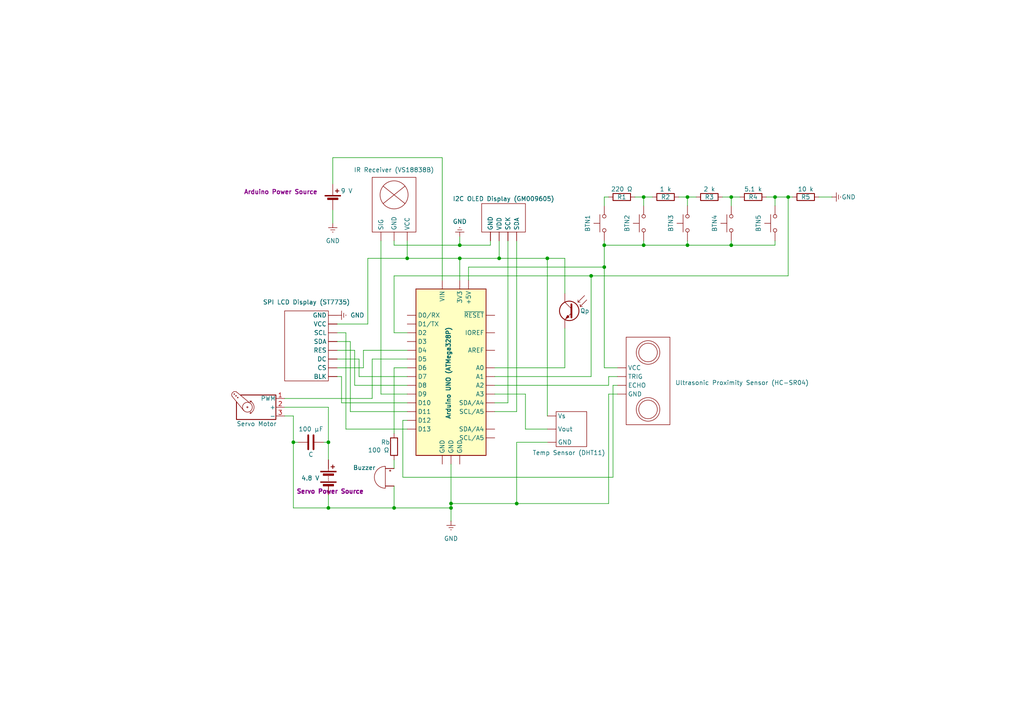
<source format=kicad_sch>
(kicad_sch
	(version 20231120)
	(generator "eeschema")
	(generator_version "8.0")
	(uuid "564f43e2-925d-4726-ad2e-2e1f480b3347")
	(paper "A4")
	(title_block
		(title "Robomagotchi Electronic Circuit")
		(date "2024-12-16")
		(rev "1.1")
		(company "Author: Adrian-Mihael Fota")
		(comment 1 "University of Bucharest")
		(comment 2 "Faculty of Mathematics and Computer Science")
	)
	(lib_symbols
		(symbol "Device:Battery"
			(pin_numbers hide)
			(pin_names
				(offset 0) hide)
			(exclude_from_sim no)
			(in_bom yes)
			(on_board yes)
			(property "Reference" "BT"
				(at 2.54 2.54 0)
				(effects
					(font
						(size 1.27 1.27)
					)
					(justify left)
				)
			)
			(property "Value" "Battery"
				(at 2.54 0 0)
				(effects
					(font
						(size 1.27 1.27)
					)
					(justify left)
				)
			)
			(property "Footprint" ""
				(at 0 1.524 90)
				(effects
					(font
						(size 1.27 1.27)
					)
					(hide yes)
				)
			)
			(property "Datasheet" "~"
				(at 0 1.524 90)
				(effects
					(font
						(size 1.27 1.27)
					)
					(hide yes)
				)
			)
			(property "Description" "Multiple-cell battery"
				(at 0 0 0)
				(effects
					(font
						(size 1.27 1.27)
					)
					(hide yes)
				)
			)
			(property "ki_keywords" "batt voltage-source cell"
				(at 0 0 0)
				(effects
					(font
						(size 1.27 1.27)
					)
					(hide yes)
				)
			)
			(symbol "Battery_0_1"
				(rectangle
					(start -2.286 -1.27)
					(end 2.286 -1.524)
					(stroke
						(width 0)
						(type default)
					)
					(fill
						(type outline)
					)
				)
				(rectangle
					(start -2.286 1.778)
					(end 2.286 1.524)
					(stroke
						(width 0)
						(type default)
					)
					(fill
						(type outline)
					)
				)
				(rectangle
					(start -1.524 -2.032)
					(end 1.524 -2.54)
					(stroke
						(width 0)
						(type default)
					)
					(fill
						(type outline)
					)
				)
				(rectangle
					(start -1.524 1.016)
					(end 1.524 0.508)
					(stroke
						(width 0)
						(type default)
					)
					(fill
						(type outline)
					)
				)
				(polyline
					(pts
						(xy 0 -1.016) (xy 0 -0.762)
					)
					(stroke
						(width 0)
						(type default)
					)
					(fill
						(type none)
					)
				)
				(polyline
					(pts
						(xy 0 -0.508) (xy 0 -0.254)
					)
					(stroke
						(width 0)
						(type default)
					)
					(fill
						(type none)
					)
				)
				(polyline
					(pts
						(xy 0 0) (xy 0 0.254)
					)
					(stroke
						(width 0)
						(type default)
					)
					(fill
						(type none)
					)
				)
				(polyline
					(pts
						(xy 0 1.778) (xy 0 2.54)
					)
					(stroke
						(width 0)
						(type default)
					)
					(fill
						(type none)
					)
				)
				(polyline
					(pts
						(xy 0.762 3.048) (xy 1.778 3.048)
					)
					(stroke
						(width 0.254)
						(type default)
					)
					(fill
						(type none)
					)
				)
				(polyline
					(pts
						(xy 1.27 3.556) (xy 1.27 2.54)
					)
					(stroke
						(width 0.254)
						(type default)
					)
					(fill
						(type none)
					)
				)
			)
			(symbol "Battery_1_1"
				(pin passive line
					(at 0 5.08 270)
					(length 2.54)
					(name "+"
						(effects
							(font
								(size 1.27 1.27)
							)
						)
					)
					(number "1"
						(effects
							(font
								(size 1.27 1.27)
							)
						)
					)
				)
				(pin passive line
					(at 0 -5.08 90)
					(length 2.54)
					(name "-"
						(effects
							(font
								(size 1.27 1.27)
							)
						)
					)
					(number "2"
						(effects
							(font
								(size 1.27 1.27)
							)
						)
					)
				)
			)
		)
		(symbol "Device:Battery_Cell"
			(pin_numbers hide)
			(pin_names
				(offset 0) hide)
			(exclude_from_sim no)
			(in_bom yes)
			(on_board yes)
			(property "Reference" "BT"
				(at 2.54 2.54 0)
				(effects
					(font
						(size 1.27 1.27)
					)
					(justify left)
				)
			)
			(property "Value" "Battery_Cell"
				(at 2.54 0 0)
				(effects
					(font
						(size 1.27 1.27)
					)
					(justify left)
				)
			)
			(property "Footprint" ""
				(at 0 1.524 90)
				(effects
					(font
						(size 1.27 1.27)
					)
					(hide yes)
				)
			)
			(property "Datasheet" "~"
				(at 0 1.524 90)
				(effects
					(font
						(size 1.27 1.27)
					)
					(hide yes)
				)
			)
			(property "Description" "Single-cell battery"
				(at 0 0 0)
				(effects
					(font
						(size 1.27 1.27)
					)
					(hide yes)
				)
			)
			(property "ki_keywords" "battery cell"
				(at 0 0 0)
				(effects
					(font
						(size 1.27 1.27)
					)
					(hide yes)
				)
			)
			(symbol "Battery_Cell_0_1"
				(rectangle
					(start -2.286 1.778)
					(end 2.286 1.524)
					(stroke
						(width 0)
						(type default)
					)
					(fill
						(type outline)
					)
				)
				(rectangle
					(start -1.524 1.016)
					(end 1.524 0.508)
					(stroke
						(width 0)
						(type default)
					)
					(fill
						(type outline)
					)
				)
				(polyline
					(pts
						(xy 0 0.762) (xy 0 0)
					)
					(stroke
						(width 0)
						(type default)
					)
					(fill
						(type none)
					)
				)
				(polyline
					(pts
						(xy 0 1.778) (xy 0 2.54)
					)
					(stroke
						(width 0)
						(type default)
					)
					(fill
						(type none)
					)
				)
				(polyline
					(pts
						(xy 0.762 3.048) (xy 1.778 3.048)
					)
					(stroke
						(width 0.254)
						(type default)
					)
					(fill
						(type none)
					)
				)
				(polyline
					(pts
						(xy 1.27 3.556) (xy 1.27 2.54)
					)
					(stroke
						(width 0.254)
						(type default)
					)
					(fill
						(type none)
					)
				)
			)
			(symbol "Battery_Cell_1_1"
				(pin passive line
					(at 0 5.08 270)
					(length 2.54)
					(name "+"
						(effects
							(font
								(size 1.27 1.27)
							)
						)
					)
					(number "1"
						(effects
							(font
								(size 1.27 1.27)
							)
						)
					)
				)
				(pin passive line
					(at 0 -2.54 90)
					(length 2.54)
					(name "-"
						(effects
							(font
								(size 1.27 1.27)
							)
						)
					)
					(number "2"
						(effects
							(font
								(size 1.27 1.27)
							)
						)
					)
				)
			)
		)
		(symbol "Device:Buzzer"
			(pin_numbers hide)
			(pin_names
				(offset 0.0254) hide)
			(exclude_from_sim no)
			(in_bom yes)
			(on_board yes)
			(property "Reference" "BZ"
				(at 3.81 1.27 0)
				(effects
					(font
						(size 1.27 1.27)
					)
					(justify left)
				)
			)
			(property "Value" "Buzzer"
				(at 3.81 -1.27 0)
				(effects
					(font
						(size 1.27 1.27)
					)
					(justify left)
				)
			)
			(property "Footprint" ""
				(at -0.635 2.54 90)
				(effects
					(font
						(size 1.27 1.27)
					)
					(hide yes)
				)
			)
			(property "Datasheet" "~"
				(at -0.635 2.54 90)
				(effects
					(font
						(size 1.27 1.27)
					)
					(hide yes)
				)
			)
			(property "Description" "Buzzer, polarized"
				(at 0 0 0)
				(effects
					(font
						(size 1.27 1.27)
					)
					(hide yes)
				)
			)
			(property "ki_keywords" "quartz resonator ceramic"
				(at 0 0 0)
				(effects
					(font
						(size 1.27 1.27)
					)
					(hide yes)
				)
			)
			(property "ki_fp_filters" "*Buzzer*"
				(at 0 0 0)
				(effects
					(font
						(size 1.27 1.27)
					)
					(hide yes)
				)
			)
			(symbol "Buzzer_0_1"
				(arc
					(start 0 -3.175)
					(mid 3.1612 0)
					(end 0 3.175)
					(stroke
						(width 0)
						(type default)
					)
					(fill
						(type none)
					)
				)
				(polyline
					(pts
						(xy -1.651 1.905) (xy -1.143 1.905)
					)
					(stroke
						(width 0)
						(type default)
					)
					(fill
						(type none)
					)
				)
				(polyline
					(pts
						(xy -1.397 2.159) (xy -1.397 1.651)
					)
					(stroke
						(width 0)
						(type default)
					)
					(fill
						(type none)
					)
				)
				(polyline
					(pts
						(xy 0 3.175) (xy 0 -3.175)
					)
					(stroke
						(width 0)
						(type default)
					)
					(fill
						(type none)
					)
				)
			)
			(symbol "Buzzer_1_1"
				(pin passive line
					(at -2.54 2.54 0)
					(length 2.54)
					(name "+"
						(effects
							(font
								(size 1.27 1.27)
							)
						)
					)
					(number "1"
						(effects
							(font
								(size 1.27 1.27)
							)
						)
					)
				)
				(pin passive line
					(at -2.54 -2.54 0)
					(length 2.54)
					(name "-"
						(effects
							(font
								(size 1.27 1.27)
							)
						)
					)
					(number "2"
						(effects
							(font
								(size 1.27 1.27)
							)
						)
					)
				)
			)
		)
		(symbol "Device:C"
			(pin_numbers hide)
			(pin_names
				(offset 0.254)
			)
			(exclude_from_sim no)
			(in_bom yes)
			(on_board yes)
			(property "Reference" "C"
				(at 0.635 2.54 0)
				(effects
					(font
						(size 1.27 1.27)
					)
					(justify left)
				)
			)
			(property "Value" "C"
				(at 0.635 -2.54 0)
				(effects
					(font
						(size 1.27 1.27)
					)
					(justify left)
				)
			)
			(property "Footprint" ""
				(at 0.9652 -3.81 0)
				(effects
					(font
						(size 1.27 1.27)
					)
					(hide yes)
				)
			)
			(property "Datasheet" "~"
				(at 0 0 0)
				(effects
					(font
						(size 1.27 1.27)
					)
					(hide yes)
				)
			)
			(property "Description" "Unpolarized capacitor"
				(at 0 0 0)
				(effects
					(font
						(size 1.27 1.27)
					)
					(hide yes)
				)
			)
			(property "ki_keywords" "cap capacitor"
				(at 0 0 0)
				(effects
					(font
						(size 1.27 1.27)
					)
					(hide yes)
				)
			)
			(property "ki_fp_filters" "C_*"
				(at 0 0 0)
				(effects
					(font
						(size 1.27 1.27)
					)
					(hide yes)
				)
			)
			(symbol "C_0_1"
				(polyline
					(pts
						(xy -2.032 -0.762) (xy 2.032 -0.762)
					)
					(stroke
						(width 0.508)
						(type default)
					)
					(fill
						(type none)
					)
				)
				(polyline
					(pts
						(xy -2.032 0.762) (xy 2.032 0.762)
					)
					(stroke
						(width 0.508)
						(type default)
					)
					(fill
						(type none)
					)
				)
			)
			(symbol "C_1_1"
				(pin passive line
					(at 0 3.81 270)
					(length 2.794)
					(name "~"
						(effects
							(font
								(size 1.27 1.27)
							)
						)
					)
					(number "1"
						(effects
							(font
								(size 1.27 1.27)
							)
						)
					)
				)
				(pin passive line
					(at 0 -3.81 90)
					(length 2.794)
					(name "~"
						(effects
							(font
								(size 1.27 1.27)
							)
						)
					)
					(number "2"
						(effects
							(font
								(size 1.27 1.27)
							)
						)
					)
				)
			)
		)
		(symbol "Device:R"
			(pin_numbers hide)
			(pin_names
				(offset 0)
			)
			(exclude_from_sim no)
			(in_bom yes)
			(on_board yes)
			(property "Reference" "R"
				(at 2.032 0 90)
				(effects
					(font
						(size 1.27 1.27)
					)
				)
			)
			(property "Value" "R"
				(at 0 0 90)
				(effects
					(font
						(size 1.27 1.27)
					)
				)
			)
			(property "Footprint" ""
				(at -1.778 0 90)
				(effects
					(font
						(size 1.27 1.27)
					)
					(hide yes)
				)
			)
			(property "Datasheet" "~"
				(at 0 0 0)
				(effects
					(font
						(size 1.27 1.27)
					)
					(hide yes)
				)
			)
			(property "Description" "Resistor"
				(at 0 0 0)
				(effects
					(font
						(size 1.27 1.27)
					)
					(hide yes)
				)
			)
			(property "ki_keywords" "R res resistor"
				(at 0 0 0)
				(effects
					(font
						(size 1.27 1.27)
					)
					(hide yes)
				)
			)
			(property "ki_fp_filters" "R_*"
				(at 0 0 0)
				(effects
					(font
						(size 1.27 1.27)
					)
					(hide yes)
				)
			)
			(symbol "R_0_1"
				(rectangle
					(start -1.016 -2.54)
					(end 1.016 2.54)
					(stroke
						(width 0.254)
						(type default)
					)
					(fill
						(type none)
					)
				)
			)
			(symbol "R_1_1"
				(pin passive line
					(at 0 3.81 270)
					(length 1.27)
					(name "~"
						(effects
							(font
								(size 1.27 1.27)
							)
						)
					)
					(number "1"
						(effects
							(font
								(size 1.27 1.27)
							)
						)
					)
				)
				(pin passive line
					(at 0 -3.81 90)
					(length 1.27)
					(name "~"
						(effects
							(font
								(size 1.27 1.27)
							)
						)
					)
					(number "2"
						(effects
							(font
								(size 1.27 1.27)
							)
						)
					)
				)
			)
		)
		(symbol "MCU_Module:Arduino_UNO_R3"
			(pin_numbers hide)
			(exclude_from_sim no)
			(in_bom yes)
			(on_board yes)
			(property "Reference" "A"
				(at -10.16 23.495 0)
				(effects
					(font
						(size 1.27 1.27)
					)
					(justify left bottom)
				)
			)
			(property "Value" "Arduino_UNO_R3"
				(at 5.08 -26.67 0)
				(effects
					(font
						(size 1.27 1.27)
					)
					(justify left top)
				)
			)
			(property "Footprint" "Module:Arduino_UNO_R3"
				(at 0 0 0)
				(effects
					(font
						(size 1.27 1.27)
						(italic yes)
					)
					(hide yes)
				)
			)
			(property "Datasheet" "https://www.arduino.cc/en/Main/arduinoBoardUno"
				(at 0 0 0)
				(effects
					(font
						(size 1.27 1.27)
					)
					(hide yes)
				)
			)
			(property "Description" "Arduino UNO Microcontroller Module, release 3"
				(at 0 0 0)
				(effects
					(font
						(size 1.27 1.27)
					)
					(hide yes)
				)
			)
			(property "ki_keywords" "Arduino UNO R3 Microcontroller Module Atmel AVR USB"
				(at 0 0 0)
				(effects
					(font
						(size 1.27 1.27)
					)
					(hide yes)
				)
			)
			(property "ki_fp_filters" "Arduino*UNO*R3*"
				(at 0 0 0)
				(effects
					(font
						(size 1.27 1.27)
					)
					(hide yes)
				)
			)
			(symbol "Arduino_UNO_R3_0_1"
				(rectangle
					(start -10.16 22.86)
					(end 10.16 -25.4)
					(stroke
						(width 0.254)
						(type default)
					)
					(fill
						(type background)
					)
				)
			)
			(symbol "Arduino_UNO_R3_1_1"
				(pin no_connect line
					(at -10.16 -20.32 0)
					(length 2.54) hide
					(name "NC"
						(effects
							(font
								(size 1.27 1.27)
							)
						)
					)
					(number "1"
						(effects
							(font
								(size 1.27 1.27)
							)
						)
					)
				)
				(pin bidirectional line
					(at 12.7 -2.54 180)
					(length 2.54)
					(name "A1"
						(effects
							(font
								(size 1.27 1.27)
							)
						)
					)
					(number "10"
						(effects
							(font
								(size 1.27 1.27)
							)
						)
					)
				)
				(pin bidirectional line
					(at 12.7 -5.08 180)
					(length 2.54)
					(name "A2"
						(effects
							(font
								(size 1.27 1.27)
							)
						)
					)
					(number "11"
						(effects
							(font
								(size 1.27 1.27)
							)
						)
					)
				)
				(pin bidirectional line
					(at 12.7 -7.62 180)
					(length 2.54)
					(name "A3"
						(effects
							(font
								(size 1.27 1.27)
							)
						)
					)
					(number "12"
						(effects
							(font
								(size 1.27 1.27)
							)
						)
					)
				)
				(pin bidirectional line
					(at 12.7 -10.16 180)
					(length 2.54)
					(name "SDA/A4"
						(effects
							(font
								(size 1.27 1.27)
							)
						)
					)
					(number "13"
						(effects
							(font
								(size 1.27 1.27)
							)
						)
					)
				)
				(pin bidirectional line
					(at 12.7 -12.7 180)
					(length 2.54)
					(name "SCL/A5"
						(effects
							(font
								(size 1.27 1.27)
							)
						)
					)
					(number "14"
						(effects
							(font
								(size 1.27 1.27)
							)
						)
					)
				)
				(pin bidirectional line
					(at -12.7 15.24 0)
					(length 2.54)
					(name "D0/RX"
						(effects
							(font
								(size 1.27 1.27)
							)
						)
					)
					(number "15"
						(effects
							(font
								(size 1.27 1.27)
							)
						)
					)
				)
				(pin bidirectional line
					(at -12.7 12.7 0)
					(length 2.54)
					(name "D1/TX"
						(effects
							(font
								(size 1.27 1.27)
							)
						)
					)
					(number "16"
						(effects
							(font
								(size 1.27 1.27)
							)
						)
					)
				)
				(pin bidirectional line
					(at -12.7 10.16 0)
					(length 2.54)
					(name "D2"
						(effects
							(font
								(size 1.27 1.27)
							)
						)
					)
					(number "17"
						(effects
							(font
								(size 1.27 1.27)
							)
						)
					)
				)
				(pin bidirectional line
					(at -12.7 7.62 0)
					(length 2.54)
					(name "D3"
						(effects
							(font
								(size 1.27 1.27)
							)
						)
					)
					(number "18"
						(effects
							(font
								(size 1.27 1.27)
							)
						)
					)
				)
				(pin bidirectional line
					(at -12.7 5.08 0)
					(length 2.54)
					(name "D4"
						(effects
							(font
								(size 1.27 1.27)
							)
						)
					)
					(number "19"
						(effects
							(font
								(size 1.27 1.27)
							)
						)
					)
				)
				(pin output line
					(at 12.7 10.16 180)
					(length 2.54)
					(name "IOREF"
						(effects
							(font
								(size 1.27 1.27)
							)
						)
					)
					(number "2"
						(effects
							(font
								(size 1.27 1.27)
							)
						)
					)
				)
				(pin bidirectional line
					(at -12.7 2.54 0)
					(length 2.54)
					(name "D5"
						(effects
							(font
								(size 1.27 1.27)
							)
						)
					)
					(number "20"
						(effects
							(font
								(size 1.27 1.27)
							)
						)
					)
				)
				(pin bidirectional line
					(at -12.7 0 0)
					(length 2.54)
					(name "D6"
						(effects
							(font
								(size 1.27 1.27)
							)
						)
					)
					(number "21"
						(effects
							(font
								(size 1.27 1.27)
							)
						)
					)
				)
				(pin bidirectional line
					(at -12.7 -2.54 0)
					(length 2.54)
					(name "D7"
						(effects
							(font
								(size 1.27 1.27)
							)
						)
					)
					(number "22"
						(effects
							(font
								(size 1.27 1.27)
							)
						)
					)
				)
				(pin bidirectional line
					(at -12.7 -5.08 0)
					(length 2.54)
					(name "D8"
						(effects
							(font
								(size 1.27 1.27)
							)
						)
					)
					(number "23"
						(effects
							(font
								(size 1.27 1.27)
							)
						)
					)
				)
				(pin bidirectional line
					(at -12.7 -7.62 0)
					(length 2.54)
					(name "D9"
						(effects
							(font
								(size 1.27 1.27)
							)
						)
					)
					(number "24"
						(effects
							(font
								(size 1.27 1.27)
							)
						)
					)
				)
				(pin bidirectional line
					(at -12.7 -10.16 0)
					(length 2.54)
					(name "D10"
						(effects
							(font
								(size 1.27 1.27)
							)
						)
					)
					(number "25"
						(effects
							(font
								(size 1.27 1.27)
							)
						)
					)
				)
				(pin bidirectional line
					(at -12.7 -12.7 0)
					(length 2.54)
					(name "D11"
						(effects
							(font
								(size 1.27 1.27)
							)
						)
					)
					(number "26"
						(effects
							(font
								(size 1.27 1.27)
							)
						)
					)
				)
				(pin bidirectional line
					(at -12.7 -15.24 0)
					(length 2.54)
					(name "D12"
						(effects
							(font
								(size 1.27 1.27)
							)
						)
					)
					(number "27"
						(effects
							(font
								(size 1.27 1.27)
							)
						)
					)
				)
				(pin bidirectional line
					(at -12.7 -17.78 0)
					(length 2.54)
					(name "D13"
						(effects
							(font
								(size 1.27 1.27)
							)
						)
					)
					(number "28"
						(effects
							(font
								(size 1.27 1.27)
							)
						)
					)
				)
				(pin power_in line
					(at -2.54 -27.94 90)
					(length 2.54)
					(name "GND"
						(effects
							(font
								(size 1.27 1.27)
							)
						)
					)
					(number "29"
						(effects
							(font
								(size 1.27 1.27)
							)
						)
					)
				)
				(pin input line
					(at 12.7 15.24 180)
					(length 2.54)
					(name "~{RESET}"
						(effects
							(font
								(size 1.27 1.27)
							)
						)
					)
					(number "3"
						(effects
							(font
								(size 1.27 1.27)
							)
						)
					)
				)
				(pin input line
					(at 12.7 5.08 180)
					(length 2.54)
					(name "AREF"
						(effects
							(font
								(size 1.27 1.27)
							)
						)
					)
					(number "30"
						(effects
							(font
								(size 1.27 1.27)
							)
						)
					)
				)
				(pin bidirectional line
					(at 12.7 -17.78 180)
					(length 2.54)
					(name "SDA/A4"
						(effects
							(font
								(size 1.27 1.27)
							)
						)
					)
					(number "31"
						(effects
							(font
								(size 1.27 1.27)
							)
						)
					)
				)
				(pin bidirectional line
					(at 12.7 -20.32 180)
					(length 2.54)
					(name "SCL/A5"
						(effects
							(font
								(size 1.27 1.27)
							)
						)
					)
					(number "32"
						(effects
							(font
								(size 1.27 1.27)
							)
						)
					)
				)
				(pin power_out line
					(at 2.54 25.4 270)
					(length 2.54)
					(name "3V3"
						(effects
							(font
								(size 1.27 1.27)
							)
						)
					)
					(number "4"
						(effects
							(font
								(size 1.27 1.27)
							)
						)
					)
				)
				(pin power_out line
					(at 5.08 25.4 270)
					(length 2.54)
					(name "+5V"
						(effects
							(font
								(size 1.27 1.27)
							)
						)
					)
					(number "5"
						(effects
							(font
								(size 1.27 1.27)
							)
						)
					)
				)
				(pin power_in line
					(at 0 -27.94 90)
					(length 2.54)
					(name "GND"
						(effects
							(font
								(size 1.27 1.27)
							)
						)
					)
					(number "6"
						(effects
							(font
								(size 1.27 1.27)
							)
						)
					)
				)
				(pin power_in line
					(at 2.54 -27.94 90)
					(length 2.54)
					(name "GND"
						(effects
							(font
								(size 1.27 1.27)
							)
						)
					)
					(number "7"
						(effects
							(font
								(size 1.27 1.27)
							)
						)
					)
				)
				(pin power_in line
					(at -2.54 25.4 270)
					(length 2.54)
					(name "VIN"
						(effects
							(font
								(size 1.27 1.27)
							)
						)
					)
					(number "8"
						(effects
							(font
								(size 1.27 1.27)
							)
						)
					)
				)
				(pin bidirectional line
					(at 12.7 0 180)
					(length 2.54)
					(name "A0"
						(effects
							(font
								(size 1.27 1.27)
							)
						)
					)
					(number "9"
						(effects
							(font
								(size 1.27 1.27)
							)
						)
					)
				)
			)
		)
		(symbol "Motor:Motor_Servo"
			(pin_names
				(offset 0.0254)
			)
			(exclude_from_sim no)
			(in_bom yes)
			(on_board yes)
			(property "Reference" "M"
				(at -5.08 4.445 0)
				(effects
					(font
						(size 1.27 1.27)
					)
					(justify left)
				)
			)
			(property "Value" "Motor_Servo"
				(at -5.08 -4.064 0)
				(effects
					(font
						(size 1.27 1.27)
					)
					(justify left top)
				)
			)
			(property "Footprint" ""
				(at 0 -4.826 0)
				(effects
					(font
						(size 1.27 1.27)
					)
					(hide yes)
				)
			)
			(property "Datasheet" "http://forums.parallax.com/uploads/attachments/46831/74481.png"
				(at 0 -4.826 0)
				(effects
					(font
						(size 1.27 1.27)
					)
					(hide yes)
				)
			)
			(property "Description" "Servo Motor (Futaba, HiTec, JR connector)"
				(at 0 0 0)
				(effects
					(font
						(size 1.27 1.27)
					)
					(hide yes)
				)
			)
			(property "ki_keywords" "Servo Motor"
				(at 0 0 0)
				(effects
					(font
						(size 1.27 1.27)
					)
					(hide yes)
				)
			)
			(property "ki_fp_filters" "PinHeader*P2.54mm*"
				(at 0 0 0)
				(effects
					(font
						(size 1.27 1.27)
					)
					(hide yes)
				)
			)
			(symbol "Motor_Servo_0_1"
				(polyline
					(pts
						(xy 2.413 -1.778) (xy 2.032 -1.778)
					)
					(stroke
						(width 0)
						(type default)
					)
					(fill
						(type none)
					)
				)
				(polyline
					(pts
						(xy 2.413 -1.778) (xy 2.286 -1.397)
					)
					(stroke
						(width 0)
						(type default)
					)
					(fill
						(type none)
					)
				)
				(polyline
					(pts
						(xy 2.413 1.778) (xy 1.905 1.778)
					)
					(stroke
						(width 0)
						(type default)
					)
					(fill
						(type none)
					)
				)
				(polyline
					(pts
						(xy 2.413 1.778) (xy 2.286 1.397)
					)
					(stroke
						(width 0)
						(type default)
					)
					(fill
						(type none)
					)
				)
				(polyline
					(pts
						(xy 6.35 4.445) (xy 2.54 1.27)
					)
					(stroke
						(width 0)
						(type default)
					)
					(fill
						(type none)
					)
				)
				(polyline
					(pts
						(xy 7.62 3.175) (xy 4.191 -1.016)
					)
					(stroke
						(width 0)
						(type default)
					)
					(fill
						(type none)
					)
				)
				(polyline
					(pts
						(xy 5.08 3.556) (xy -5.08 3.556) (xy -5.08 -3.556) (xy 6.35 -3.556) (xy 6.35 1.524)
					)
					(stroke
						(width 0.254)
						(type default)
					)
					(fill
						(type none)
					)
				)
				(arc
					(start 2.413 1.778)
					(mid 1.2406 0)
					(end 2.413 -1.778)
					(stroke
						(width 0)
						(type default)
					)
					(fill
						(type none)
					)
				)
				(circle
					(center 3.175 0)
					(radius 0.1778)
					(stroke
						(width 0)
						(type default)
					)
					(fill
						(type none)
					)
				)
				(circle
					(center 3.175 0)
					(radius 1.4224)
					(stroke
						(width 0)
						(type default)
					)
					(fill
						(type none)
					)
				)
				(circle
					(center 5.969 2.794)
					(radius 0.127)
					(stroke
						(width 0)
						(type default)
					)
					(fill
						(type none)
					)
				)
				(circle
					(center 6.477 3.302)
					(radius 0.127)
					(stroke
						(width 0)
						(type default)
					)
					(fill
						(type none)
					)
				)
				(circle
					(center 6.985 3.81)
					(radius 0.127)
					(stroke
						(width 0)
						(type default)
					)
					(fill
						(type none)
					)
				)
				(arc
					(start 7.62 3.175)
					(mid 7.4485 4.2735)
					(end 6.35 4.445)
					(stroke
						(width 0)
						(type default)
					)
					(fill
						(type none)
					)
				)
			)
			(symbol "Motor_Servo_1_1"
				(pin passive line
					(at -7.62 2.54 0)
					(length 2.54)
					(name "PWM"
						(effects
							(font
								(size 1.27 1.27)
							)
						)
					)
					(number "1"
						(effects
							(font
								(size 1.27 1.27)
							)
						)
					)
				)
				(pin passive line
					(at -7.62 0 0)
					(length 2.54)
					(name "+"
						(effects
							(font
								(size 1.27 1.27)
							)
						)
					)
					(number "2"
						(effects
							(font
								(size 1.27 1.27)
							)
						)
					)
				)
				(pin passive line
					(at -7.62 -2.54 0)
					(length 2.54)
					(name "-"
						(effects
							(font
								(size 1.27 1.27)
							)
						)
					)
					(number "3"
						(effects
							(font
								(size 1.27 1.27)
							)
						)
					)
				)
			)
		)
		(symbol "My_Symbols:DISPLAY_096_GM009605_OLED"
			(exclude_from_sim no)
			(in_bom yes)
			(on_board yes)
			(property "Reference" "U"
				(at 0 0 0)
				(effects
					(font
						(size 1.27 1.27)
					)
				)
			)
			(property "Value" ""
				(at 0 0 0)
				(effects
					(font
						(size 1.27 1.27)
					)
				)
			)
			(property "Footprint" ""
				(at 0 0 0)
				(effects
					(font
						(size 1.27 1.27)
					)
					(hide yes)
				)
			)
			(property "Datasheet" ""
				(at 0 0 0)
				(effects
					(font
						(size 1.27 1.27)
					)
					(hide yes)
				)
			)
			(property "Description" ""
				(at 0 0 0)
				(effects
					(font
						(size 1.27 1.27)
					)
					(hide yes)
				)
			)
			(symbol "DISPLAY_096_GM009605_OLED_0_1"
				(rectangle
					(start -6.35 4.445)
					(end 6.35 -3.81)
					(stroke
						(width 0)
						(type default)
					)
					(fill
						(type none)
					)
				)
			)
			(symbol "DISPLAY_096_GM009605_OLED_1_1"
				(pin input line
					(at -3.81 -6.35 90)
					(length 2.54)
					(name "GND"
						(effects
							(font
								(size 1.27 1.27)
							)
						)
					)
					(number ""
						(effects
							(font
								(size 1.27 1.27)
							)
						)
					)
				)
				(pin input line
					(at 1.27 -6.35 90)
					(length 2.54)
					(name "SCK"
						(effects
							(font
								(size 1.27 1.27)
							)
						)
					)
					(number ""
						(effects
							(font
								(size 1.27 1.27)
							)
						)
					)
				)
				(pin input line
					(at 3.81 -6.35 90)
					(length 2.54)
					(name "SDA"
						(effects
							(font
								(size 1.27 1.27)
							)
						)
					)
					(number ""
						(effects
							(font
								(size 1.27 1.27)
							)
						)
					)
				)
				(pin input line
					(at -1.27 -6.35 90)
					(length 2.54)
					(name "VDD"
						(effects
							(font
								(size 1.27 1.27)
							)
						)
					)
					(number ""
						(effects
							(font
								(size 1.27 1.27)
							)
						)
					)
				)
			)
		)
		(symbol "My_Symbols:DISPLAY_128_ST7735S"
			(exclude_from_sim no)
			(in_bom yes)
			(on_board yes)
			(property "Reference" "U"
				(at 0 0 0)
				(effects
					(font
						(size 1.27 1.27)
					)
					(hide yes)
				)
			)
			(property "Value" ""
				(at 0 0 0)
				(effects
					(font
						(size 1.27 1.27)
					)
				)
			)
			(property "Footprint" ""
				(at 0 0 0)
				(effects
					(font
						(size 1.27 1.27)
					)
					(hide yes)
				)
			)
			(property "Datasheet" ""
				(at 0 0 0)
				(effects
					(font
						(size 1.27 1.27)
					)
					(hide yes)
				)
			)
			(property "Description" ""
				(at 0 0 0)
				(effects
					(font
						(size 1.27 1.27)
					)
					(hide yes)
				)
			)
			(property "ki_keywords" "DISPLAY"
				(at 0 0 0)
				(effects
					(font
						(size 1.27 1.27)
					)
					(hide yes)
				)
			)
			(symbol "DISPLAY_128_ST7735S_0_1"
				(rectangle
					(start -6.35 10.16)
					(end 6.35 -10.16)
					(stroke
						(width 0)
						(type default)
					)
					(fill
						(type none)
					)
				)
			)
			(symbol "DISPLAY_128_ST7735S_1_1"
				(pin input line
					(at 8.89 -8.89 180)
					(length 2.54)
					(name "BLK"
						(effects
							(font
								(size 1.27 1.27)
							)
						)
					)
					(number ""
						(effects
							(font
								(size 1.27 1.27)
							)
						)
					)
				)
				(pin input line
					(at 8.89 -6.35 180)
					(length 2.54)
					(name "CS"
						(effects
							(font
								(size 1.27 1.27)
							)
						)
					)
					(number ""
						(effects
							(font
								(size 1.27 1.27)
							)
						)
					)
				)
				(pin input line
					(at 8.89 -3.81 180)
					(length 2.54)
					(name "DC"
						(effects
							(font
								(size 1.27 1.27)
							)
						)
					)
					(number ""
						(effects
							(font
								(size 1.27 1.27)
							)
						)
					)
				)
				(pin input line
					(at 8.89 8.89 180)
					(length 2.54)
					(name "GND"
						(effects
							(font
								(size 1.27 1.27)
							)
						)
					)
					(number ""
						(effects
							(font
								(size 1.27 1.27)
							)
						)
					)
				)
				(pin input line
					(at 8.89 -1.27 180)
					(length 2.54)
					(name "RES"
						(effects
							(font
								(size 1.27 1.27)
							)
						)
					)
					(number ""
						(effects
							(font
								(size 1.27 1.27)
							)
						)
					)
				)
				(pin input line
					(at 8.89 3.81 180)
					(length 2.54)
					(name "SCL"
						(effects
							(font
								(size 1.27 1.27)
							)
						)
					)
					(number ""
						(effects
							(font
								(size 1.27 1.27)
							)
						)
					)
				)
				(pin input line
					(at 8.89 1.27 180)
					(length 2.54)
					(name "SDA"
						(effects
							(font
								(size 1.27 1.27)
							)
						)
					)
					(number ""
						(effects
							(font
								(size 1.27 1.27)
							)
						)
					)
				)
				(pin input line
					(at 8.89 6.35 180)
					(length 2.54)
					(name "VCC"
						(effects
							(font
								(size 1.27 1.27)
							)
						)
					)
					(number ""
						(effects
							(font
								(size 1.27 1.27)
							)
						)
					)
				)
			)
		)
		(symbol "My_Symbols:HCSR04_PROXIMITY_SENSOR"
			(exclude_from_sim no)
			(in_bom yes)
			(on_board yes)
			(property "Reference" "U"
				(at 0 0 0)
				(effects
					(font
						(size 1.27 1.27)
					)
				)
			)
			(property "Value" ""
				(at 0 0 0)
				(effects
					(font
						(size 1.27 1.27)
					)
				)
			)
			(property "Footprint" ""
				(at 0 0 0)
				(effects
					(font
						(size 1.27 1.27)
					)
					(hide yes)
				)
			)
			(property "Datasheet" ""
				(at 0 0 0)
				(effects
					(font
						(size 1.27 1.27)
					)
					(hide yes)
				)
			)
			(property "Description" ""
				(at 0 0 0)
				(effects
					(font
						(size 1.27 1.27)
					)
					(hide yes)
				)
			)
			(symbol "HCSR04_PROXIMITY_SENSOR_0_1"
				(rectangle
					(start -12.7 6.35)
					(end 12.7 -6.35)
					(stroke
						(width 0)
						(type default)
					)
					(fill
						(type none)
					)
				)
				(circle
					(center -8.255 0)
					(radius 2.6941)
					(stroke
						(width 0)
						(type default)
					)
					(fill
						(type none)
					)
				)
				(circle
					(center -8.255 0)
					(radius 3.4196)
					(stroke
						(width 0)
						(type default)
					)
					(fill
						(type none)
					)
				)
				(circle
					(center 8.255 0)
					(radius 2.6941)
					(stroke
						(width 0)
						(type default)
					)
					(fill
						(type none)
					)
				)
				(circle
					(center 8.255 0)
					(radius 3.4196)
					(stroke
						(width 0)
						(type default)
					)
					(fill
						(type none)
					)
				)
			)
			(symbol "HCSR04_PROXIMITY_SENSOR_1_1"
				(pin input line
					(at 1.27 -8.89 90)
					(length 2.54)
					(name "ECHO"
						(effects
							(font
								(size 1.27 1.27)
							)
						)
					)
					(number ""
						(effects
							(font
								(size 1.27 1.27)
							)
						)
					)
				)
				(pin input line
					(at 3.81 -8.89 90)
					(length 2.54)
					(name "GND"
						(effects
							(font
								(size 1.27 1.27)
							)
						)
					)
					(number ""
						(effects
							(font
								(size 1.27 1.27)
							)
						)
					)
				)
				(pin input line
					(at -1.27 -8.89 90)
					(length 2.54)
					(name "TRIG"
						(effects
							(font
								(size 1.27 1.27)
							)
						)
					)
					(number ""
						(effects
							(font
								(size 1.27 1.27)
							)
						)
					)
				)
				(pin input line
					(at -3.81 -8.89 90)
					(length 2.54)
					(name "VCC"
						(effects
							(font
								(size 1.27 1.27)
							)
						)
					)
					(number ""
						(effects
							(font
								(size 1.27 1.27)
							)
						)
					)
				)
			)
		)
		(symbol "My_Symbols:TMP36_TEMPERATURE_SENSOR"
			(exclude_from_sim no)
			(in_bom yes)
			(on_board yes)
			(property "Reference" "U"
				(at 0 0 0)
				(effects
					(font
						(size 1.27 1.27)
					)
				)
			)
			(property "Value" ""
				(at 0 0 0)
				(effects
					(font
						(size 1.27 1.27)
					)
				)
			)
			(property "Footprint" ""
				(at 0 0 0)
				(effects
					(font
						(size 1.27 1.27)
					)
					(hide yes)
				)
			)
			(property "Datasheet" ""
				(at 0 0 0)
				(effects
					(font
						(size 1.27 1.27)
					)
					(hide yes)
				)
			)
			(property "Description" ""
				(at 0 0 0)
				(effects
					(font
						(size 1.27 1.27)
					)
					(hide yes)
				)
			)
			(symbol "TMP36_TEMPERATURE_SENSOR_0_1"
				(rectangle
					(start -5.08 2.54)
					(end 5.08 -6.35)
					(stroke
						(width 0)
						(type default)
					)
					(fill
						(type none)
					)
				)
			)
			(symbol "TMP36_TEMPERATURE_SENSOR_1_1"
				(pin input line
					(at 3.81 -8.89 90)
					(length 2.54)
					(name "GND"
						(effects
							(font
								(size 1.27 1.27)
							)
						)
					)
					(number ""
						(effects
							(font
								(size 1.27 1.27)
							)
						)
					)
				)
				(pin input line
					(at 0 -8.89 90)
					(length 2.54)
					(name "Vout"
						(effects
							(font
								(size 1.27 1.27)
							)
						)
					)
					(number ""
						(effects
							(font
								(size 1.27 1.27)
							)
						)
					)
				)
				(pin input line
					(at -3.81 -8.89 90)
					(length 2.54)
					(name "Vs"
						(effects
							(font
								(size 1.27 1.27)
							)
						)
					)
					(number ""
						(effects
							(font
								(size 1.27 1.27)
							)
						)
					)
				)
			)
		)
		(symbol "My_Symbols:VS1838B_IR_RECEIVER"
			(exclude_from_sim no)
			(in_bom yes)
			(on_board yes)
			(property "Reference" "U"
				(at 0 4.445 0)
				(effects
					(font
						(size 1.27 1.27)
					)
				)
			)
			(property "Value" ""
				(at 0 4.445 0)
				(effects
					(font
						(size 1.27 1.27)
					)
				)
			)
			(property "Footprint" ""
				(at 0 4.445 0)
				(effects
					(font
						(size 1.27 1.27)
					)
					(hide yes)
				)
			)
			(property "Datasheet" ""
				(at 0 4.445 0)
				(effects
					(font
						(size 1.27 1.27)
					)
					(hide yes)
				)
			)
			(property "Description" ""
				(at 0 4.445 0)
				(effects
					(font
						(size 1.27 1.27)
					)
					(hide yes)
				)
			)
			(symbol "VS1838B_IR_RECEIVER_0_1"
				(rectangle
					(start -6.35 9.525)
					(end 6.35 -6.35)
					(stroke
						(width 0)
						(type default)
					)
					(fill
						(type none)
					)
				)
				(polyline
					(pts
						(xy -3.175 1.905) (xy 3.175 6.985)
					)
					(stroke
						(width 0)
						(type default)
					)
					(fill
						(type none)
					)
				)
				(polyline
					(pts
						(xy -3.175 6.985) (xy 3.175 1.905)
					)
					(stroke
						(width 0)
						(type default)
					)
					(fill
						(type none)
					)
				)
				(circle
					(center 0 4.445)
					(radius 4.066)
					(stroke
						(width 0)
						(type default)
					)
					(fill
						(type none)
					)
				)
			)
			(symbol "VS1838B_IR_RECEIVER_1_1"
				(pin input line
					(at 0 -8.89 90)
					(length 2.54)
					(name "GND"
						(effects
							(font
								(size 1.27 1.27)
							)
						)
					)
					(number ""
						(effects
							(font
								(size 1.27 1.27)
							)
						)
					)
				)
				(pin input line
					(at -3.81 -8.89 90)
					(length 2.54)
					(name "SIG"
						(effects
							(font
								(size 1.27 1.27)
							)
						)
					)
					(number ""
						(effects
							(font
								(size 1.27 1.27)
							)
						)
					)
				)
				(pin input line
					(at 3.81 -8.89 90)
					(length 2.54)
					(name "VCC"
						(effects
							(font
								(size 1.27 1.27)
							)
						)
					)
					(number ""
						(effects
							(font
								(size 1.27 1.27)
							)
						)
					)
				)
			)
		)
		(symbol "Sensor_Optical:SFH309"
			(pin_numbers hide)
			(pin_names
				(offset 0) hide)
			(exclude_from_sim no)
			(in_bom yes)
			(on_board yes)
			(property "Reference" "Q"
				(at 5.08 1.27 0)
				(effects
					(font
						(size 1.27 1.27)
					)
					(justify left)
				)
			)
			(property "Value" "SFH309"
				(at 5.08 -1.27 0)
				(effects
					(font
						(size 1.27 1.27)
					)
					(justify left)
				)
			)
			(property "Footprint" "LED_THT:LED_D3.0mm_Clear"
				(at 12.192 -3.556 0)
				(effects
					(font
						(size 1.27 1.27)
					)
					(hide yes)
				)
			)
			(property "Datasheet" "http://www.osram-os.com/Graphics/XPic2/00101811_0.pdf/SFH%20309,%20SFH%20309%20FA,%20Lead%20(Pb)%20Free%20Product%20-%20RoHS%20Compliant.pdf"
				(at 0 0 0)
				(effects
					(font
						(size 1.27 1.27)
					)
					(hide yes)
				)
			)
			(property "Description" "Phototransistor NPN"
				(at 0 0 0)
				(effects
					(font
						(size 1.27 1.27)
					)
					(hide yes)
				)
			)
			(property "ki_keywords" "npn phototransistor"
				(at 0 0 0)
				(effects
					(font
						(size 1.27 1.27)
					)
					(hide yes)
				)
			)
			(property "ki_fp_filters" "LED*3.0mm*Clear*"
				(at 0 0 0)
				(effects
					(font
						(size 1.27 1.27)
					)
					(hide yes)
				)
			)
			(symbol "SFH309_0_1"
				(polyline
					(pts
						(xy -1.905 1.27) (xy -2.54 1.27)
					)
					(stroke
						(width 0)
						(type default)
					)
					(fill
						(type none)
					)
				)
				(polyline
					(pts
						(xy -1.27 2.54) (xy -1.905 2.54)
					)
					(stroke
						(width 0)
						(type default)
					)
					(fill
						(type none)
					)
				)
				(polyline
					(pts
						(xy 0.635 0.635) (xy 2.54 2.54)
					)
					(stroke
						(width 0)
						(type default)
					)
					(fill
						(type none)
					)
				)
				(polyline
					(pts
						(xy -3.81 3.175) (xy -1.905 1.27) (xy -1.905 1.905)
					)
					(stroke
						(width 0)
						(type default)
					)
					(fill
						(type none)
					)
				)
				(polyline
					(pts
						(xy -3.175 4.445) (xy -1.27 2.54) (xy -1.27 3.175)
					)
					(stroke
						(width 0)
						(type default)
					)
					(fill
						(type none)
					)
				)
				(polyline
					(pts
						(xy 0.635 -0.635) (xy 2.54 -2.54) (xy 2.54 -2.54)
					)
					(stroke
						(width 0)
						(type default)
					)
					(fill
						(type none)
					)
				)
				(polyline
					(pts
						(xy 0.635 1.905) (xy 0.635 -1.905) (xy 0.635 -1.905)
					)
					(stroke
						(width 0.508)
						(type default)
					)
					(fill
						(type none)
					)
				)
				(polyline
					(pts
						(xy 1.27 -1.778) (xy 1.778 -1.27) (xy 2.286 -2.286) (xy 1.27 -1.778) (xy 1.27 -1.778)
					)
					(stroke
						(width 0)
						(type default)
					)
					(fill
						(type outline)
					)
				)
				(circle
					(center 1.27 0)
					(radius 2.8194)
					(stroke
						(width 0.254)
						(type default)
					)
					(fill
						(type none)
					)
				)
			)
			(symbol "SFH309_1_1"
				(pin passive line
					(at 2.54 5.08 270)
					(length 2.54)
					(name "C"
						(effects
							(font
								(size 1.27 1.27)
							)
						)
					)
					(number "1"
						(effects
							(font
								(size 1.27 1.27)
							)
						)
					)
				)
				(pin passive line
					(at 2.54 -5.08 90)
					(length 2.54)
					(name "E"
						(effects
							(font
								(size 1.27 1.27)
							)
						)
					)
					(number "2"
						(effects
							(font
								(size 1.27 1.27)
							)
						)
					)
				)
			)
		)
		(symbol "Switch:SW_Push"
			(pin_numbers hide)
			(pin_names
				(offset 1.016) hide)
			(exclude_from_sim no)
			(in_bom yes)
			(on_board yes)
			(property "Reference" "SW"
				(at 1.27 2.54 0)
				(effects
					(font
						(size 1.27 1.27)
					)
					(justify left)
				)
			)
			(property "Value" "SW_Push"
				(at 0 -1.524 0)
				(effects
					(font
						(size 1.27 1.27)
					)
				)
			)
			(property "Footprint" ""
				(at 0 5.08 0)
				(effects
					(font
						(size 1.27 1.27)
					)
					(hide yes)
				)
			)
			(property "Datasheet" "~"
				(at 0 5.08 0)
				(effects
					(font
						(size 1.27 1.27)
					)
					(hide yes)
				)
			)
			(property "Description" "Push button switch, generic, two pins"
				(at 0 0 0)
				(effects
					(font
						(size 1.27 1.27)
					)
					(hide yes)
				)
			)
			(property "ki_keywords" "switch normally-open pushbutton push-button"
				(at 0 0 0)
				(effects
					(font
						(size 1.27 1.27)
					)
					(hide yes)
				)
			)
			(symbol "SW_Push_0_1"
				(circle
					(center -2.032 0)
					(radius 0.508)
					(stroke
						(width 0)
						(type default)
					)
					(fill
						(type none)
					)
				)
				(polyline
					(pts
						(xy 0 1.27) (xy 0 3.048)
					)
					(stroke
						(width 0)
						(type default)
					)
					(fill
						(type none)
					)
				)
				(polyline
					(pts
						(xy 2.54 1.27) (xy -2.54 1.27)
					)
					(stroke
						(width 0)
						(type default)
					)
					(fill
						(type none)
					)
				)
				(circle
					(center 2.032 0)
					(radius 0.508)
					(stroke
						(width 0)
						(type default)
					)
					(fill
						(type none)
					)
				)
				(pin passive line
					(at -5.08 0 0)
					(length 2.54)
					(name "1"
						(effects
							(font
								(size 1.27 1.27)
							)
						)
					)
					(number "1"
						(effects
							(font
								(size 1.27 1.27)
							)
						)
					)
				)
				(pin passive line
					(at 5.08 0 180)
					(length 2.54)
					(name "2"
						(effects
							(font
								(size 1.27 1.27)
							)
						)
					)
					(number "2"
						(effects
							(font
								(size 1.27 1.27)
							)
						)
					)
				)
			)
		)
		(symbol "power:Earth"
			(power)
			(pin_numbers hide)
			(pin_names
				(offset 0) hide)
			(exclude_from_sim no)
			(in_bom yes)
			(on_board yes)
			(property "Reference" "#PWR"
				(at 0 -6.35 0)
				(effects
					(font
						(size 1.27 1.27)
					)
					(hide yes)
				)
			)
			(property "Value" "Earth"
				(at 0 -3.81 0)
				(effects
					(font
						(size 1.27 1.27)
					)
				)
			)
			(property "Footprint" ""
				(at 0 0 0)
				(effects
					(font
						(size 1.27 1.27)
					)
					(hide yes)
				)
			)
			(property "Datasheet" "~"
				(at 0 0 0)
				(effects
					(font
						(size 1.27 1.27)
					)
					(hide yes)
				)
			)
			(property "Description" "Power symbol creates a global label with name \"Earth\""
				(at 0 0 0)
				(effects
					(font
						(size 1.27 1.27)
					)
					(hide yes)
				)
			)
			(property "ki_keywords" "global ground gnd"
				(at 0 0 0)
				(effects
					(font
						(size 1.27 1.27)
					)
					(hide yes)
				)
			)
			(symbol "Earth_0_1"
				(polyline
					(pts
						(xy -0.635 -1.905) (xy 0.635 -1.905)
					)
					(stroke
						(width 0)
						(type default)
					)
					(fill
						(type none)
					)
				)
				(polyline
					(pts
						(xy -0.127 -2.54) (xy 0.127 -2.54)
					)
					(stroke
						(width 0)
						(type default)
					)
					(fill
						(type none)
					)
				)
				(polyline
					(pts
						(xy 0 -1.27) (xy 0 0)
					)
					(stroke
						(width 0)
						(type default)
					)
					(fill
						(type none)
					)
				)
				(polyline
					(pts
						(xy 1.27 -1.27) (xy -1.27 -1.27)
					)
					(stroke
						(width 0)
						(type default)
					)
					(fill
						(type none)
					)
				)
			)
			(symbol "Earth_1_1"
				(pin power_in line
					(at 0 0 270)
					(length 0)
					(name "~"
						(effects
							(font
								(size 1.27 1.27)
							)
						)
					)
					(number "1"
						(effects
							(font
								(size 1.27 1.27)
							)
						)
					)
				)
			)
		)
	)
	(junction
		(at 149.86 146.05)
		(diameter 0)
		(color 0 0 0 0)
		(uuid "1033c730-e140-4c1a-84dd-bf075daec51a")
	)
	(junction
		(at 186.69 71.12)
		(diameter 0)
		(color 0 0 0 0)
		(uuid "10868d95-3ab1-46c3-85cd-93ad94f92185")
	)
	(junction
		(at 224.79 57.15)
		(diameter 0)
		(color 0 0 0 0)
		(uuid "20a90afd-ebde-4341-98b6-4db27368340e")
	)
	(junction
		(at 212.09 71.12)
		(diameter 0)
		(color 0 0 0 0)
		(uuid "28cefa19-bc0a-42e3-a82a-5bed27a1d9a5")
	)
	(junction
		(at 175.26 77.47)
		(diameter 0)
		(color 0 0 0 0)
		(uuid "4cbb3838-7459-4c09-a558-bb484574df4f")
	)
	(junction
		(at 118.11 74.93)
		(diameter 0)
		(color 0 0 0 0)
		(uuid "4d758a2d-dd51-49a0-8771-150a3ae2dcc5")
	)
	(junction
		(at 175.26 71.12)
		(diameter 0)
		(color 0 0 0 0)
		(uuid "5235c089-9ec6-477e-85d4-0195e3c37982")
	)
	(junction
		(at 228.6 57.15)
		(diameter 0)
		(color 0 0 0 0)
		(uuid "533a0eeb-e10a-4557-bea6-7c6a209b5de4")
	)
	(junction
		(at 186.69 57.15)
		(diameter 0)
		(color 0 0 0 0)
		(uuid "5ae1c04c-ac8e-4082-948c-45d4615dbef8")
	)
	(junction
		(at 133.35 74.93)
		(diameter 0)
		(color 0 0 0 0)
		(uuid "61e2fd7c-fb46-42a2-a911-50bfd21bd2e1")
	)
	(junction
		(at 95.25 147.32)
		(diameter 0)
		(color 0 0 0 0)
		(uuid "7a8d8d52-4aa5-486f-8a33-5277a9b4f489")
	)
	(junction
		(at 95.25 128.27)
		(diameter 0)
		(color 0 0 0 0)
		(uuid "82c5885d-2a67-40ba-a080-ddf40085da1e")
	)
	(junction
		(at 130.81 146.05)
		(diameter 0)
		(color 0 0 0 0)
		(uuid "8ab0966e-735c-4e22-8f50-94db4f21b092")
	)
	(junction
		(at 144.78 74.93)
		(diameter 0)
		(color 0 0 0 0)
		(uuid "c3f452e4-dc50-4147-8029-8097a903319d")
	)
	(junction
		(at 133.35 71.12)
		(diameter 0)
		(color 0 0 0 0)
		(uuid "c8d5a88b-a984-4826-8e64-1be97e469b9e")
	)
	(junction
		(at 114.3 147.32)
		(diameter 0)
		(color 0 0 0 0)
		(uuid "ca767d36-8272-412a-a36b-7afc702fa815")
	)
	(junction
		(at 199.39 57.15)
		(diameter 0)
		(color 0 0 0 0)
		(uuid "d2285132-d8c9-481f-a5f3-5742f421f8fa")
	)
	(junction
		(at 212.09 57.15)
		(diameter 0)
		(color 0 0 0 0)
		(uuid "e9743dc8-46e5-4dc7-ac54-0bcce30f2c68")
	)
	(junction
		(at 130.81 147.32)
		(diameter 0)
		(color 0 0 0 0)
		(uuid "ecaf049b-6806-43a2-8e25-5d7ac306a1e0")
	)
	(junction
		(at 158.75 74.93)
		(diameter 0)
		(color 0 0 0 0)
		(uuid "f5619fba-1359-4146-a08c-2ac5866ec052")
	)
	(junction
		(at 85.09 128.27)
		(diameter 0)
		(color 0 0 0 0)
		(uuid "f78c1358-7894-40c0-b423-48a7adc7f860")
	)
	(junction
		(at 199.39 71.12)
		(diameter 0)
		(color 0 0 0 0)
		(uuid "fb7a656f-f6fc-420e-98fa-f779e6f624fb")
	)
	(junction
		(at 171.45 80.01)
		(diameter 0)
		(color 0 0 0 0)
		(uuid "fd06cee6-996c-4fb3-bd01-bf53429f0b69")
	)
	(wire
		(pts
			(xy 82.55 120.65) (xy 85.09 120.65)
		)
		(stroke
			(width 0)
			(type default)
		)
		(uuid "01299750-190a-468f-82e0-fa315f643957")
	)
	(wire
		(pts
			(xy 135.89 77.47) (xy 175.26 77.47)
		)
		(stroke
			(width 0)
			(type default)
		)
		(uuid "015efd4f-06fd-4bf3-aa6f-980925f30c15")
	)
	(wire
		(pts
			(xy 147.32 116.84) (xy 143.51 116.84)
		)
		(stroke
			(width 0)
			(type default)
		)
		(uuid "04120801-26ed-4bac-8624-436d9fd6a4fa")
	)
	(wire
		(pts
			(xy 100.33 96.52) (xy 97.79 96.52)
		)
		(stroke
			(width 0)
			(type default)
		)
		(uuid "04fde43a-e789-4cf1-8153-e4a82f402ff3")
	)
	(wire
		(pts
			(xy 82.55 115.57) (xy 107.95 115.57)
		)
		(stroke
			(width 0)
			(type default)
		)
		(uuid "0f2809d9-d704-4360-8abc-088752da6ff1")
	)
	(wire
		(pts
			(xy 176.53 109.22) (xy 176.53 111.76)
		)
		(stroke
			(width 0)
			(type default)
		)
		(uuid "100be0af-189b-47ae-a150-6c74a7ad1e6c")
	)
	(wire
		(pts
			(xy 176.53 146.05) (xy 149.86 146.05)
		)
		(stroke
			(width 0)
			(type default)
		)
		(uuid "1179b3ae-d9f5-4ccc-beea-8b14e4991228")
	)
	(wire
		(pts
			(xy 133.35 71.12) (xy 142.24 71.12)
		)
		(stroke
			(width 0)
			(type default)
		)
		(uuid "12c5faf6-e5f4-4542-bf06-281d107da93b")
	)
	(wire
		(pts
			(xy 105.41 101.6) (xy 118.11 101.6)
		)
		(stroke
			(width 0)
			(type default)
		)
		(uuid "1377b32c-328a-4733-9170-de70a6d12641")
	)
	(wire
		(pts
			(xy 101.6 99.06) (xy 97.79 99.06)
		)
		(stroke
			(width 0)
			(type default)
		)
		(uuid "140ba948-a222-42aa-bac7-d590de73cb9d")
	)
	(wire
		(pts
			(xy 97.79 106.68) (xy 105.41 106.68)
		)
		(stroke
			(width 0)
			(type default)
		)
		(uuid "150ba21f-818a-403a-ab45-269292c92344")
	)
	(wire
		(pts
			(xy 99.06 109.22) (xy 97.79 109.22)
		)
		(stroke
			(width 0)
			(type default)
		)
		(uuid "173fc449-5687-43c2-9602-ef88c7ffd494")
	)
	(wire
		(pts
			(xy 175.26 59.69) (xy 175.26 57.15)
		)
		(stroke
			(width 0)
			(type default)
		)
		(uuid "19a4beb7-5523-439a-8e5a-591ac0c28453")
	)
	(wire
		(pts
			(xy 95.25 118.11) (xy 82.55 118.11)
		)
		(stroke
			(width 0)
			(type default)
		)
		(uuid "1aba6e57-46ad-4b04-a922-8f1f2b073f6e")
	)
	(wire
		(pts
			(xy 107.95 104.14) (xy 118.11 104.14)
		)
		(stroke
			(width 0)
			(type default)
		)
		(uuid "1df08adc-11df-4373-9475-6fce21c64f9a")
	)
	(wire
		(pts
			(xy 85.09 147.32) (xy 95.25 147.32)
		)
		(stroke
			(width 0)
			(type default)
		)
		(uuid "2107b887-d500-47a0-81c4-e6dde2bb39a6")
	)
	(wire
		(pts
			(xy 118.11 74.93) (xy 133.35 74.93)
		)
		(stroke
			(width 0)
			(type default)
		)
		(uuid "21c55333-c9a3-4fa0-afc4-a1d588147702")
	)
	(wire
		(pts
			(xy 130.81 146.05) (xy 130.81 147.32)
		)
		(stroke
			(width 0)
			(type default)
		)
		(uuid "21fa1302-f450-4cef-b55f-104e7b455c8c")
	)
	(wire
		(pts
			(xy 116.84 138.43) (xy 116.84 121.92)
		)
		(stroke
			(width 0)
			(type default)
		)
		(uuid "229823cc-d68d-4ec2-ac54-e065d564574c")
	)
	(wire
		(pts
			(xy 114.3 69.85) (xy 114.3 71.12)
		)
		(stroke
			(width 0)
			(type default)
		)
		(uuid "237c8563-7733-4568-9cc5-498609b45467")
	)
	(wire
		(pts
			(xy 102.87 111.76) (xy 102.87 101.6)
		)
		(stroke
			(width 0)
			(type default)
		)
		(uuid "2d63d4f7-e836-46f1-a3e3-3c8a9778288c")
	)
	(wire
		(pts
			(xy 143.51 111.76) (xy 176.53 111.76)
		)
		(stroke
			(width 0)
			(type default)
		)
		(uuid "305fa8a9-9b48-4c82-9f7e-f0108d1accc4")
	)
	(wire
		(pts
			(xy 114.3 147.32) (xy 130.81 147.32)
		)
		(stroke
			(width 0)
			(type default)
		)
		(uuid "30d46ffb-7824-4d04-adf3-6a08377b579a")
	)
	(wire
		(pts
			(xy 130.81 134.62) (xy 130.81 146.05)
		)
		(stroke
			(width 0)
			(type default)
		)
		(uuid "31b54153-1d8f-4f18-b909-c3478f22f4cf")
	)
	(wire
		(pts
			(xy 158.75 74.93) (xy 144.78 74.93)
		)
		(stroke
			(width 0)
			(type default)
		)
		(uuid "32400020-97f1-45e5-85b3-4b79c8e65dbc")
	)
	(wire
		(pts
			(xy 118.11 111.76) (xy 102.87 111.76)
		)
		(stroke
			(width 0)
			(type default)
		)
		(uuid "3927f09b-4241-4023-8839-da98e9bd49e2")
	)
	(wire
		(pts
			(xy 184.15 57.15) (xy 186.69 57.15)
		)
		(stroke
			(width 0)
			(type default)
		)
		(uuid "3a34510a-4cbc-4cd3-9972-0a29fb3d53bc")
	)
	(wire
		(pts
			(xy 114.3 106.68) (xy 118.11 106.68)
		)
		(stroke
			(width 0)
			(type default)
		)
		(uuid "3bce2437-e22e-4b19-bdae-e644ca2961ec")
	)
	(wire
		(pts
			(xy 85.09 128.27) (xy 85.09 147.32)
		)
		(stroke
			(width 0)
			(type default)
		)
		(uuid "3d38277a-a9ba-4076-9056-d03883501d5a")
	)
	(wire
		(pts
			(xy 95.25 147.32) (xy 114.3 147.32)
		)
		(stroke
			(width 0)
			(type default)
		)
		(uuid "40a8e880-90e3-4710-8dda-ab1dd80c3478")
	)
	(wire
		(pts
			(xy 93.98 128.27) (xy 95.25 128.27)
		)
		(stroke
			(width 0)
			(type default)
		)
		(uuid "41954d44-ffdc-4d68-86b9-de13cd7959d9")
	)
	(wire
		(pts
			(xy 179.07 114.3) (xy 176.53 114.3)
		)
		(stroke
			(width 0)
			(type default)
		)
		(uuid "41fff2a1-f859-4732-becd-149838979d0f")
	)
	(wire
		(pts
			(xy 222.25 57.15) (xy 224.79 57.15)
		)
		(stroke
			(width 0)
			(type default)
		)
		(uuid "42ca19e4-3e0c-4ef6-ab18-39842a5e4025")
	)
	(wire
		(pts
			(xy 171.45 109.22) (xy 171.45 80.01)
		)
		(stroke
			(width 0)
			(type default)
		)
		(uuid "4328338e-e23f-4512-8edf-4118096b1e20")
	)
	(wire
		(pts
			(xy 100.33 124.46) (xy 100.33 96.52)
		)
		(stroke
			(width 0)
			(type default)
		)
		(uuid "43969880-3aea-4cda-8a2e-12e62ed6a544")
	)
	(wire
		(pts
			(xy 186.69 57.15) (xy 189.23 57.15)
		)
		(stroke
			(width 0)
			(type default)
		)
		(uuid "445b4434-4dda-4718-a135-5b27893edb4f")
	)
	(wire
		(pts
			(xy 175.26 71.12) (xy 175.26 77.47)
		)
		(stroke
			(width 0)
			(type default)
		)
		(uuid "4672a90e-fbde-4d19-82cb-9d00f817c18e")
	)
	(wire
		(pts
			(xy 116.84 138.43) (xy 177.8 138.43)
		)
		(stroke
			(width 0)
			(type default)
		)
		(uuid "49744299-349c-4561-b520-9ea22cd03d91")
	)
	(wire
		(pts
			(xy 95.25 118.11) (xy 95.25 128.27)
		)
		(stroke
			(width 0)
			(type default)
		)
		(uuid "4a635800-7b6f-4989-af25-171475d8f34d")
	)
	(wire
		(pts
			(xy 209.55 57.15) (xy 212.09 57.15)
		)
		(stroke
			(width 0)
			(type default)
		)
		(uuid "4bb5703b-7800-4a06-a81c-1041d4b4bbaa")
	)
	(wire
		(pts
			(xy 228.6 80.01) (xy 228.6 57.15)
		)
		(stroke
			(width 0)
			(type default)
		)
		(uuid "4c919275-64ca-4ddc-84cb-c6d011915615")
	)
	(wire
		(pts
			(xy 128.27 81.28) (xy 128.27 45.72)
		)
		(stroke
			(width 0)
			(type default)
		)
		(uuid "4e5bd8fa-9f01-484b-9e1f-ad988ba33d7e")
	)
	(wire
		(pts
			(xy 199.39 69.85) (xy 199.39 71.12)
		)
		(stroke
			(width 0)
			(type default)
		)
		(uuid "50d76e8d-4d51-4e19-87ea-961699950a5a")
	)
	(wire
		(pts
			(xy 107.95 115.57) (xy 107.95 104.14)
		)
		(stroke
			(width 0)
			(type default)
		)
		(uuid "533c8f64-4b73-45b2-bbc1-02b8b35b9d97")
	)
	(wire
		(pts
			(xy 179.07 109.22) (xy 176.53 109.22)
		)
		(stroke
			(width 0)
			(type default)
		)
		(uuid "54bd5571-f8c7-431d-98a3-6ec7a2a021cf")
	)
	(wire
		(pts
			(xy 212.09 69.85) (xy 212.09 71.12)
		)
		(stroke
			(width 0)
			(type default)
		)
		(uuid "555234b9-6619-4862-b979-d2f73ee008a6")
	)
	(wire
		(pts
			(xy 175.26 69.85) (xy 175.26 71.12)
		)
		(stroke
			(width 0)
			(type default)
		)
		(uuid "57f51b2c-8617-4ebd-94a0-b694f87217dc")
	)
	(wire
		(pts
			(xy 114.3 80.01) (xy 171.45 80.01)
		)
		(stroke
			(width 0)
			(type default)
		)
		(uuid "5a33babd-e42d-4943-9d3d-f237a504fdf2")
	)
	(wire
		(pts
			(xy 135.89 77.47) (xy 135.89 81.28)
		)
		(stroke
			(width 0)
			(type default)
		)
		(uuid "5b116dee-683e-490c-abac-2e927ac41b2c")
	)
	(wire
		(pts
			(xy 130.81 147.32) (xy 130.81 151.13)
		)
		(stroke
			(width 0)
			(type default)
		)
		(uuid "5d13321e-22fc-460e-93ee-930ac8d67ef7")
	)
	(wire
		(pts
			(xy 143.51 114.3) (xy 152.4 114.3)
		)
		(stroke
			(width 0)
			(type default)
		)
		(uuid "611f6dc9-da04-4857-b672-f4203b2c769f")
	)
	(wire
		(pts
			(xy 142.24 69.85) (xy 142.24 71.12)
		)
		(stroke
			(width 0)
			(type default)
		)
		(uuid "63c6df36-1082-48c5-bf63-8536244a8b41")
	)
	(wire
		(pts
			(xy 176.53 114.3) (xy 176.53 146.05)
		)
		(stroke
			(width 0)
			(type default)
		)
		(uuid "652280cb-23df-449d-82a9-da7458eccc37")
	)
	(wire
		(pts
			(xy 85.09 128.27) (xy 86.36 128.27)
		)
		(stroke
			(width 0)
			(type default)
		)
		(uuid "6569f47a-e073-446c-a6b3-f147e15944b7")
	)
	(wire
		(pts
			(xy 96.52 45.72) (xy 96.52 53.34)
		)
		(stroke
			(width 0)
			(type default)
		)
		(uuid "6656c19f-33e5-4d85-ac7f-722b4ef7eaae")
	)
	(wire
		(pts
			(xy 186.69 57.15) (xy 186.69 59.69)
		)
		(stroke
			(width 0)
			(type default)
		)
		(uuid "667c691d-4dee-4ed3-a2b0-e9de0f656d10")
	)
	(wire
		(pts
			(xy 175.26 57.15) (xy 176.53 57.15)
		)
		(stroke
			(width 0)
			(type default)
		)
		(uuid "68e244d7-ebf3-4510-822b-13a1a36b02e5")
	)
	(wire
		(pts
			(xy 199.39 57.15) (xy 199.39 59.69)
		)
		(stroke
			(width 0)
			(type default)
		)
		(uuid "6a04710e-fbcc-40dd-8b1f-b00bc60fbf9d")
	)
	(wire
		(pts
			(xy 175.26 77.47) (xy 175.26 106.68)
		)
		(stroke
			(width 0)
			(type default)
		)
		(uuid "70f6941d-c780-4f70-8aa6-d111ef1aac83")
	)
	(wire
		(pts
			(xy 144.78 69.85) (xy 144.78 74.93)
		)
		(stroke
			(width 0)
			(type default)
		)
		(uuid "72320555-5206-4010-8c1e-caa36fb6d8ae")
	)
	(wire
		(pts
			(xy 128.27 45.72) (xy 96.52 45.72)
		)
		(stroke
			(width 0)
			(type default)
		)
		(uuid "75edf70b-1bf3-422a-b1d8-21df873d470d")
	)
	(wire
		(pts
			(xy 158.75 120.65) (xy 158.75 74.93)
		)
		(stroke
			(width 0)
			(type default)
		)
		(uuid "7ac5be28-7fc0-4869-b9b8-b6b387da3c31")
	)
	(wire
		(pts
			(xy 116.84 121.92) (xy 118.11 121.92)
		)
		(stroke
			(width 0)
			(type default)
		)
		(uuid "80691685-dba3-41ae-ac75-ae7939f468c0")
	)
	(wire
		(pts
			(xy 224.79 69.85) (xy 224.79 71.12)
		)
		(stroke
			(width 0)
			(type default)
		)
		(uuid "820c860b-3365-483a-98c3-0b386710ee10")
	)
	(wire
		(pts
			(xy 118.11 74.93) (xy 106.68 74.93)
		)
		(stroke
			(width 0)
			(type default)
		)
		(uuid "834dddc7-e838-4d03-a9ba-c556961f1abb")
	)
	(wire
		(pts
			(xy 175.26 106.68) (xy 179.07 106.68)
		)
		(stroke
			(width 0)
			(type default)
		)
		(uuid "859fc45c-7270-43c0-aa97-185321621ff4")
	)
	(wire
		(pts
			(xy 110.49 69.85) (xy 110.49 114.3)
		)
		(stroke
			(width 0)
			(type default)
		)
		(uuid "8845309b-759f-40fd-8091-d30483c72af6")
	)
	(wire
		(pts
			(xy 114.3 140.97) (xy 114.3 147.32)
		)
		(stroke
			(width 0)
			(type default)
		)
		(uuid "8be95616-f8f3-44f6-933b-5d7a6025b170")
	)
	(wire
		(pts
			(xy 114.3 96.52) (xy 114.3 80.01)
		)
		(stroke
			(width 0)
			(type default)
		)
		(uuid "8cc4b55f-5054-4ec5-b5ef-27f940c32029")
	)
	(wire
		(pts
			(xy 212.09 57.15) (xy 212.09 59.69)
		)
		(stroke
			(width 0)
			(type default)
		)
		(uuid "8d53202c-da00-4c5e-9052-d87c97adb0d0")
	)
	(wire
		(pts
			(xy 177.8 138.43) (xy 177.8 111.76)
		)
		(stroke
			(width 0)
			(type default)
		)
		(uuid "8e818c1e-49ec-4d27-af14-9df65d42f66c")
	)
	(wire
		(pts
			(xy 175.26 71.12) (xy 186.69 71.12)
		)
		(stroke
			(width 0)
			(type default)
		)
		(uuid "914c1894-dbb6-4c36-a7e4-edfcfef3fc2d")
	)
	(wire
		(pts
			(xy 143.51 106.68) (xy 163.83 106.68)
		)
		(stroke
			(width 0)
			(type default)
		)
		(uuid "91969ab8-d880-413d-b70f-ea577c591072")
	)
	(wire
		(pts
			(xy 105.41 106.68) (xy 105.41 101.6)
		)
		(stroke
			(width 0)
			(type default)
		)
		(uuid "91a43e87-1d90-4efe-a961-b9696f520cdd")
	)
	(wire
		(pts
			(xy 199.39 57.15) (xy 201.93 57.15)
		)
		(stroke
			(width 0)
			(type default)
		)
		(uuid "92aa82f3-6839-4067-bdb0-2e0b0d2b2448")
	)
	(wire
		(pts
			(xy 212.09 71.12) (xy 224.79 71.12)
		)
		(stroke
			(width 0)
			(type default)
		)
		(uuid "94f89204-8651-4d34-a00f-dc3c323e7ecf")
	)
	(wire
		(pts
			(xy 102.87 101.6) (xy 97.79 101.6)
		)
		(stroke
			(width 0)
			(type default)
		)
		(uuid "951ec40c-57bf-4c64-a4a3-c7942c447e55")
	)
	(wire
		(pts
			(xy 97.79 104.14) (xy 104.14 104.14)
		)
		(stroke
			(width 0)
			(type default)
		)
		(uuid "951fc345-e895-4100-a9c1-187b05ec849e")
	)
	(wire
		(pts
			(xy 99.06 116.84) (xy 99.06 109.22)
		)
		(stroke
			(width 0)
			(type default)
		)
		(uuid "957f008f-6dcf-4bb8-b5f2-5ff3ba6719c4")
	)
	(wire
		(pts
			(xy 212.09 57.15) (xy 214.63 57.15)
		)
		(stroke
			(width 0)
			(type default)
		)
		(uuid "95d162c8-7385-4beb-a616-695d12890675")
	)
	(wire
		(pts
			(xy 149.86 119.38) (xy 143.51 119.38)
		)
		(stroke
			(width 0)
			(type default)
		)
		(uuid "979e7bdc-35ab-428e-8727-6bb14a8b93d0")
	)
	(wire
		(pts
			(xy 101.6 119.38) (xy 101.6 99.06)
		)
		(stroke
			(width 0)
			(type default)
		)
		(uuid "991dfe96-c41a-40b3-8e60-9b0da1470e77")
	)
	(wire
		(pts
			(xy 237.49 57.15) (xy 241.3 57.15)
		)
		(stroke
			(width 0)
			(type default)
		)
		(uuid "9aaf8baf-6606-4e33-82f8-0fc10c632ac3")
	)
	(wire
		(pts
			(xy 224.79 59.69) (xy 224.79 57.15)
		)
		(stroke
			(width 0)
			(type default)
		)
		(uuid "9f7eb0cc-bff3-4359-a7e5-8074ce7b80cf")
	)
	(wire
		(pts
			(xy 133.35 74.93) (xy 144.78 74.93)
		)
		(stroke
			(width 0)
			(type default)
		)
		(uuid "9f82dd8b-3cba-4946-b592-2bb246a3bf22")
	)
	(wire
		(pts
			(xy 228.6 57.15) (xy 229.87 57.15)
		)
		(stroke
			(width 0)
			(type default)
		)
		(uuid "a38fad94-9f78-4621-9cf9-9b4c886bed25")
	)
	(wire
		(pts
			(xy 104.14 109.22) (xy 104.14 104.14)
		)
		(stroke
			(width 0)
			(type default)
		)
		(uuid "a6605373-c73b-4ccb-887b-f64ac4b0110e")
	)
	(wire
		(pts
			(xy 114.3 133.35) (xy 114.3 135.89)
		)
		(stroke
			(width 0)
			(type default)
		)
		(uuid "a714396d-c254-4091-936e-9e2a99f03c15")
	)
	(wire
		(pts
			(xy 163.83 85.09) (xy 163.83 74.93)
		)
		(stroke
			(width 0)
			(type default)
		)
		(uuid "a9ba917a-8841-4156-be85-ca19debfd400")
	)
	(wire
		(pts
			(xy 177.8 111.76) (xy 179.07 111.76)
		)
		(stroke
			(width 0)
			(type default)
		)
		(uuid "ae3aecc9-50f9-4666-a4c2-a3ca99fe29db")
	)
	(wire
		(pts
			(xy 118.11 69.85) (xy 118.11 74.93)
		)
		(stroke
			(width 0)
			(type default)
		)
		(uuid "ae8d9379-cdb6-499e-a063-ec3261513df4")
	)
	(wire
		(pts
			(xy 106.68 74.93) (xy 106.68 93.98)
		)
		(stroke
			(width 0)
			(type default)
		)
		(uuid "b476d65e-522f-446b-bca9-c716a2b0647c")
	)
	(wire
		(pts
			(xy 171.45 80.01) (xy 228.6 80.01)
		)
		(stroke
			(width 0)
			(type default)
		)
		(uuid "b4b37025-0d0b-44f0-b768-f7c7a044e0cb")
	)
	(wire
		(pts
			(xy 163.83 106.68) (xy 163.83 95.25)
		)
		(stroke
			(width 0)
			(type default)
		)
		(uuid "b51fea1c-dc62-43c5-a769-eb419f6fac47")
	)
	(wire
		(pts
			(xy 143.51 109.22) (xy 171.45 109.22)
		)
		(stroke
			(width 0)
			(type default)
		)
		(uuid "b5c142bd-60bf-4ac7-aced-b3264b0651c2")
	)
	(wire
		(pts
			(xy 186.69 71.12) (xy 199.39 71.12)
		)
		(stroke
			(width 0)
			(type default)
		)
		(uuid "bc5fe819-0cfc-4009-aa6b-a87123fe30fe")
	)
	(wire
		(pts
			(xy 147.32 69.85) (xy 147.32 116.84)
		)
		(stroke
			(width 0)
			(type default)
		)
		(uuid "bc6bc823-1104-4ef7-bc10-d2188ab54e32")
	)
	(wire
		(pts
			(xy 186.69 69.85) (xy 186.69 71.12)
		)
		(stroke
			(width 0)
			(type default)
		)
		(uuid "c01e11da-ea25-4c59-bdc1-1bd9501a8158")
	)
	(wire
		(pts
			(xy 118.11 109.22) (xy 104.14 109.22)
		)
		(stroke
			(width 0)
			(type default)
		)
		(uuid "c038276e-85c1-4d78-b3a7-f6697ea10f64")
	)
	(wire
		(pts
			(xy 95.25 143.51) (xy 95.25 147.32)
		)
		(stroke
			(width 0)
			(type default)
		)
		(uuid "c4248a10-e596-46a8-be2e-00c0da306c9b")
	)
	(wire
		(pts
			(xy 196.85 57.15) (xy 199.39 57.15)
		)
		(stroke
			(width 0)
			(type default)
		)
		(uuid "c459a5d6-0cc4-4e55-b58c-c9c8ca94569a")
	)
	(wire
		(pts
			(xy 130.81 146.05) (xy 149.86 146.05)
		)
		(stroke
			(width 0)
			(type default)
		)
		(uuid "c47a31a4-4fcb-4c57-9b55-71096d23e8d1")
	)
	(wire
		(pts
			(xy 96.52 60.96) (xy 96.52 64.77)
		)
		(stroke
			(width 0)
			(type default)
		)
		(uuid "c516e11e-5aaf-4413-9c47-ef84525b199a")
	)
	(wire
		(pts
			(xy 133.35 71.12) (xy 133.35 68.58)
		)
		(stroke
			(width 0)
			(type default)
		)
		(uuid "c5c33260-c33a-481b-bc9e-5ddbf4da1272")
	)
	(wire
		(pts
			(xy 199.39 71.12) (xy 212.09 71.12)
		)
		(stroke
			(width 0)
			(type default)
		)
		(uuid "c843c6c6-ed18-4e94-a3ab-b07be6489939")
	)
	(wire
		(pts
			(xy 152.4 114.3) (xy 152.4 124.46)
		)
		(stroke
			(width 0)
			(type default)
		)
		(uuid "cb6c15c1-8510-438d-bb65-9ef0bb963a23")
	)
	(wire
		(pts
			(xy 118.11 119.38) (xy 101.6 119.38)
		)
		(stroke
			(width 0)
			(type default)
		)
		(uuid "cd63be5d-494e-403b-8dc2-a73778f287ff")
	)
	(wire
		(pts
			(xy 149.86 128.27) (xy 149.86 146.05)
		)
		(stroke
			(width 0)
			(type default)
		)
		(uuid "d23ab913-272c-427a-97d4-84f94e440987")
	)
	(wire
		(pts
			(xy 100.33 124.46) (xy 118.11 124.46)
		)
		(stroke
			(width 0)
			(type default)
		)
		(uuid "dfe82dd3-f308-45bf-9625-2024fe28abfe")
	)
	(wire
		(pts
			(xy 224.79 57.15) (xy 228.6 57.15)
		)
		(stroke
			(width 0)
			(type default)
		)
		(uuid "e0ecd0c9-3573-4f42-9da0-92c360e3711b")
	)
	(wire
		(pts
			(xy 118.11 96.52) (xy 114.3 96.52)
		)
		(stroke
			(width 0)
			(type default)
		)
		(uuid "e1d2f1e4-46f9-4e3e-ba10-d26bb759c8b7")
	)
	(wire
		(pts
			(xy 163.83 74.93) (xy 158.75 74.93)
		)
		(stroke
			(width 0)
			(type default)
		)
		(uuid "e39cf8be-899b-4512-a88c-0bda79a6b3f5")
	)
	(wire
		(pts
			(xy 114.3 125.73) (xy 114.3 106.68)
		)
		(stroke
			(width 0)
			(type default)
		)
		(uuid "e41d7f3a-7fc0-4ea6-82d7-f98e1fb2be72")
	)
	(wire
		(pts
			(xy 149.86 69.85) (xy 149.86 119.38)
		)
		(stroke
			(width 0)
			(type default)
		)
		(uuid "eb37aa60-f190-4d78-9886-c3d96c7d5867")
	)
	(wire
		(pts
			(xy 95.25 128.27) (xy 95.25 133.35)
		)
		(stroke
			(width 0)
			(type default)
		)
		(uuid "ed6b1026-0328-4f6f-bf48-72e414f853dc")
	)
	(wire
		(pts
			(xy 97.79 93.98) (xy 106.68 93.98)
		)
		(stroke
			(width 0)
			(type default)
		)
		(uuid "ef34e1d2-48bb-4e7f-a7ec-8fbc5b6d6f13")
	)
	(wire
		(pts
			(xy 110.49 114.3) (xy 118.11 114.3)
		)
		(stroke
			(width 0)
			(type default)
		)
		(uuid "f0e4f545-ee07-4e9a-8990-25eca9e9de8d")
	)
	(wire
		(pts
			(xy 158.75 128.27) (xy 149.86 128.27)
		)
		(stroke
			(width 0)
			(type default)
		)
		(uuid "f4814dd0-756e-45d7-a050-0076f83b5a0f")
	)
	(wire
		(pts
			(xy 85.09 120.65) (xy 85.09 128.27)
		)
		(stroke
			(width 0)
			(type default)
		)
		(uuid "f489d4f5-ed2c-4669-bf6a-f45902c5bee4")
	)
	(wire
		(pts
			(xy 133.35 74.93) (xy 133.35 81.28)
		)
		(stroke
			(width 0)
			(type default)
		)
		(uuid "f8f94c2c-726f-4f8b-8441-af8d6840a8f3")
	)
	(wire
		(pts
			(xy 114.3 71.12) (xy 133.35 71.12)
		)
		(stroke
			(width 0)
			(type default)
		)
		(uuid "f9f21571-2cb8-46fd-8651-859272852e53")
	)
	(wire
		(pts
			(xy 118.11 116.84) (xy 99.06 116.84)
		)
		(stroke
			(width 0)
			(type default)
		)
		(uuid "fa790e02-9f83-42c5-9c84-5d717ab0c56a")
	)
	(wire
		(pts
			(xy 152.4 124.46) (xy 158.75 124.46)
		)
		(stroke
			(width 0)
			(type default)
		)
		(uuid "feacf45a-ba45-4687-97b0-d035af3b5d7a")
	)
	(symbol
		(lib_id "Device:R")
		(at 180.34 57.15 90)
		(unit 1)
		(exclude_from_sim no)
		(in_bom yes)
		(on_board yes)
		(dnp no)
		(uuid "088a57a7-bcea-4e0b-825f-4f04a0fa79be")
		(property "Reference" "R1"
			(at 180.34 57.15 90)
			(effects
				(font
					(size 1.27 1.27)
				)
			)
		)
		(property "Value" "220 Ω"
			(at 180.34 54.864 90)
			(effects
				(font
					(size 1.27 1.27)
				)
			)
		)
		(property "Footprint" ""
			(at 180.34 58.928 90)
			(effects
				(font
					(size 1.27 1.27)
				)
				(hide yes)
			)
		)
		(property "Datasheet" "~"
			(at 180.34 57.15 0)
			(effects
				(font
					(size 1.27 1.27)
				)
				(hide yes)
			)
		)
		(property "Description" "Resistor"
			(at 180.34 57.15 0)
			(effects
				(font
					(size 1.27 1.27)
				)
				(hide yes)
			)
		)
		(pin "1"
			(uuid "3d2c129a-7d19-4971-90ad-23409acbd084")
		)
		(pin "2"
			(uuid "409cef39-e8d1-475a-bcdd-a2cc08676bb7")
		)
		(instances
			(project ""
				(path "/564f43e2-925d-4726-ad2e-2e1f480b3347"
					(reference "R1")
					(unit 1)
				)
			)
		)
	)
	(symbol
		(lib_id "Device:C")
		(at 90.17 128.27 90)
		(unit 1)
		(exclude_from_sim no)
		(in_bom yes)
		(on_board yes)
		(dnp no)
		(uuid "09c92990-a0dd-4934-8d79-61d74f8ed8f4")
		(property "Reference" "C"
			(at 90.17 131.826 90)
			(effects
				(font
					(size 1.27 1.27)
				)
			)
		)
		(property "Value" "100 µF"
			(at 90.17 124.46 90)
			(effects
				(font
					(size 1.27 1.27)
				)
			)
		)
		(property "Footprint" ""
			(at 93.98 127.3048 0)
			(effects
				(font
					(size 1.27 1.27)
				)
				(hide yes)
			)
		)
		(property "Datasheet" "~"
			(at 90.17 128.27 0)
			(effects
				(font
					(size 1.27 1.27)
				)
				(hide yes)
			)
		)
		(property "Description" "Unpolarized capacitor"
			(at 90.17 128.27 0)
			(effects
				(font
					(size 1.27 1.27)
				)
				(hide yes)
			)
		)
		(pin "2"
			(uuid "9a51c2cf-d293-420c-8b1d-82af26d3f593")
		)
		(pin "1"
			(uuid "fbb20ac1-78a4-4d7c-8170-71015dc1f76f")
		)
		(instances
			(project ""
				(path "/564f43e2-925d-4726-ad2e-2e1f480b3347"
					(reference "C")
					(unit 1)
				)
			)
		)
	)
	(symbol
		(lib_id "My_Symbols:VS1838B_IR_RECEIVER")
		(at 114.3 60.96 0)
		(unit 1)
		(exclude_from_sim no)
		(in_bom yes)
		(on_board yes)
		(dnp no)
		(uuid "0be7c67b-3ce5-4e04-8943-e79d043d584c")
		(property "Reference" "U5"
			(at 121.92 58.7374 0)
			(effects
				(font
					(size 1.27 1.27)
				)
				(justify left)
				(hide yes)
			)
		)
		(property "Value" "IR Receiver (VS18838B)"
			(at 102.616 49.276 0)
			(effects
				(font
					(size 1.27 1.27)
				)
				(justify left)
			)
		)
		(property "Footprint" ""
			(at 114.3 56.515 0)
			(effects
				(font
					(size 1.27 1.27)
				)
				(hide yes)
			)
		)
		(property "Datasheet" ""
			(at 114.3 56.515 0)
			(effects
				(font
					(size 1.27 1.27)
				)
				(hide yes)
			)
		)
		(property "Description" ""
			(at 114.3 56.515 0)
			(effects
				(font
					(size 1.27 1.27)
				)
				(hide yes)
			)
		)
		(pin ""
			(uuid "6bb40e84-4cf0-4929-88a7-3e81b87cba65")
		)
		(pin ""
			(uuid "59a58db4-9cf2-4099-848e-fffe077c85e4")
		)
		(pin ""
			(uuid "d9529caf-7a06-4f1e-b0ce-8d1c48db4a63")
		)
		(instances
			(project ""
				(path "/564f43e2-925d-4726-ad2e-2e1f480b3347"
					(reference "U5")
					(unit 1)
				)
			)
		)
	)
	(symbol
		(lib_id "power:Earth")
		(at 97.79 91.44 90)
		(unit 1)
		(exclude_from_sim no)
		(in_bom yes)
		(on_board yes)
		(dnp no)
		(fields_autoplaced yes)
		(uuid "0c5defa3-43e6-430c-a249-229a2803087e")
		(property "Reference" "#PWR02"
			(at 104.14 91.44 0)
			(effects
				(font
					(size 1.27 1.27)
				)
				(hide yes)
			)
		)
		(property "Value" "GND"
			(at 101.6 91.4399 90)
			(effects
				(font
					(size 1.27 1.27)
				)
				(justify right)
			)
		)
		(property "Footprint" ""
			(at 97.79 91.44 0)
			(effects
				(font
					(size 1.27 1.27)
				)
				(hide yes)
			)
		)
		(property "Datasheet" "~"
			(at 97.79 91.44 0)
			(effects
				(font
					(size 1.27 1.27)
				)
				(hide yes)
			)
		)
		(property "Description" "Power symbol creates a global label with name \"Earth\""
			(at 97.79 91.44 0)
			(effects
				(font
					(size 1.27 1.27)
				)
				(hide yes)
			)
		)
		(pin "1"
			(uuid "eafe5c15-e329-46fe-b1cf-92c0fc8230e9")
		)
		(instances
			(project "robomagotchi"
				(path "/564f43e2-925d-4726-ad2e-2e1f480b3347"
					(reference "#PWR02")
					(unit 1)
				)
			)
		)
	)
	(symbol
		(lib_id "Device:R")
		(at 205.74 57.15 90)
		(unit 1)
		(exclude_from_sim no)
		(in_bom yes)
		(on_board yes)
		(dnp no)
		(uuid "11937303-dd55-454b-8548-efdd787058c6")
		(property "Reference" "R3"
			(at 205.74 57.15 90)
			(effects
				(font
					(size 1.27 1.27)
				)
			)
		)
		(property "Value" "2 k"
			(at 205.74 54.864 90)
			(effects
				(font
					(size 1.27 1.27)
				)
			)
		)
		(property "Footprint" ""
			(at 205.74 58.928 90)
			(effects
				(font
					(size 1.27 1.27)
				)
				(hide yes)
			)
		)
		(property "Datasheet" "~"
			(at 205.74 57.15 0)
			(effects
				(font
					(size 1.27 1.27)
				)
				(hide yes)
			)
		)
		(property "Description" "Resistor"
			(at 205.74 57.15 0)
			(effects
				(font
					(size 1.27 1.27)
				)
				(hide yes)
			)
		)
		(pin "1"
			(uuid "41bee335-a108-4d51-8423-c2c444cd89e8")
		)
		(pin "2"
			(uuid "bc0376a8-058b-42e0-9129-0b898cb7b162")
		)
		(instances
			(project "robomagotchi"
				(path "/564f43e2-925d-4726-ad2e-2e1f480b3347"
					(reference "R3")
					(unit 1)
				)
			)
		)
	)
	(symbol
		(lib_id "My_Symbols:DISPLAY_096_GM009605_OLED")
		(at 146.05 63.5 0)
		(unit 1)
		(exclude_from_sim no)
		(in_bom yes)
		(on_board yes)
		(dnp no)
		(uuid "435c64e7-585c-4a2a-a2df-4463e403d9d5")
		(property "Reference" "U2"
			(at 153.67 62.5474 0)
			(effects
				(font
					(size 1.27 1.27)
				)
				(justify left)
				(hide yes)
			)
		)
		(property "Value" "I2C OLED Display (GM009605)"
			(at 131.318 57.658 0)
			(effects
				(font
					(size 1.27 1.27)
				)
				(justify left)
			)
		)
		(property "Footprint" ""
			(at 146.05 63.5 0)
			(effects
				(font
					(size 1.27 1.27)
				)
				(hide yes)
			)
		)
		(property "Datasheet" ""
			(at 146.05 63.5 0)
			(effects
				(font
					(size 1.27 1.27)
				)
				(hide yes)
			)
		)
		(property "Description" ""
			(at 146.05 63.5 0)
			(effects
				(font
					(size 1.27 1.27)
				)
				(hide yes)
			)
		)
		(pin ""
			(uuid "e5360d50-93b5-4d0a-aa8d-16da6a44aa78")
		)
		(pin ""
			(uuid "d70f20ad-5028-402e-bf21-3985d43a5af5")
		)
		(pin ""
			(uuid "232057ed-bfce-4203-b9ce-a766430c7728")
		)
		(pin ""
			(uuid "88ec2b0d-8799-4d78-a1a9-3603edd9be5d")
		)
		(instances
			(project ""
				(path "/564f43e2-925d-4726-ad2e-2e1f480b3347"
					(reference "U2")
					(unit 1)
				)
			)
		)
	)
	(symbol
		(lib_id "My_Symbols:DISPLAY_128_ST7735S")
		(at 88.9 100.33 0)
		(unit 1)
		(exclude_from_sim no)
		(in_bom yes)
		(on_board yes)
		(dnp no)
		(fields_autoplaced yes)
		(uuid "4892adda-42c9-44fd-b88d-c65e4a3adb4a")
		(property "Reference" "U1"
			(at 88.9 100.33 0)
			(effects
				(font
					(size 1.27 1.27)
				)
				(hide yes)
			)
		)
		(property "Value" "SPI LCD Display (ST7735)"
			(at 88.9 87.63 0)
			(effects
				(font
					(size 1.27 1.27)
				)
			)
		)
		(property "Footprint" ""
			(at 88.9 100.33 0)
			(effects
				(font
					(size 1.27 1.27)
				)
				(hide yes)
			)
		)
		(property "Datasheet" ""
			(at 88.9 100.33 0)
			(effects
				(font
					(size 1.27 1.27)
				)
				(hide yes)
			)
		)
		(property "Description" ""
			(at 88.9 100.33 0)
			(effects
				(font
					(size 1.27 1.27)
				)
				(hide yes)
			)
		)
		(pin ""
			(uuid "c0c49f7e-8c6e-48e8-8d55-41b3773640d8")
		)
		(pin ""
			(uuid "978d34ad-1b73-41c1-9167-9d2b5051047f")
		)
		(pin ""
			(uuid "dee53431-d73f-4abb-8ab8-5e2839b6a039")
		)
		(pin ""
			(uuid "8924199a-a408-45b5-a37c-8d262930ca11")
		)
		(pin ""
			(uuid "135427f7-89a8-418c-9458-6d0a6070fd98")
		)
		(pin ""
			(uuid "4d51e42a-3fcb-4d7b-8bc9-b10f2be4461c")
		)
		(pin ""
			(uuid "6264b12c-322d-4932-862f-9be4af73138f")
		)
		(pin ""
			(uuid "576fc41c-6e61-43ba-91ce-52ab7a78b74b")
		)
		(instances
			(project ""
				(path "/564f43e2-925d-4726-ad2e-2e1f480b3347"
					(reference "U1")
					(unit 1)
				)
			)
		)
	)
	(symbol
		(lib_id "Switch:SW_Push")
		(at 212.09 64.77 90)
		(unit 1)
		(exclude_from_sim no)
		(in_bom yes)
		(on_board yes)
		(dnp no)
		(uuid "4974850f-354f-4820-8a6b-722e1940a206")
		(property "Reference" "BTN4"
			(at 207.264 64.77 0)
			(effects
				(font
					(size 1.27 1.27)
				)
			)
		)
		(property "Value" "SW_Push"
			(at 207.01 64.77 0)
			(effects
				(font
					(size 1.27 1.27)
				)
				(hide yes)
			)
		)
		(property "Footprint" ""
			(at 207.01 64.77 0)
			(effects
				(font
					(size 1.27 1.27)
				)
				(hide yes)
			)
		)
		(property "Datasheet" "~"
			(at 207.01 64.77 0)
			(effects
				(font
					(size 1.27 1.27)
				)
				(hide yes)
			)
		)
		(property "Description" "Push button switch, generic, two pins"
			(at 212.09 64.77 0)
			(effects
				(font
					(size 1.27 1.27)
				)
				(hide yes)
			)
		)
		(pin "1"
			(uuid "8b040257-6c14-4e96-bd81-9fdd6d8ff5ee")
		)
		(pin "2"
			(uuid "467ab9c9-b401-408e-b1e1-6ab1d636930c")
		)
		(instances
			(project "robomagotchi"
				(path "/564f43e2-925d-4726-ad2e-2e1f480b3347"
					(reference "BTN4")
					(unit 1)
				)
			)
		)
	)
	(symbol
		(lib_id "power:Earth")
		(at 96.52 64.77 0)
		(unit 1)
		(exclude_from_sim no)
		(in_bom yes)
		(on_board yes)
		(dnp no)
		(fields_autoplaced yes)
		(uuid "541962d0-18a1-4ed2-a372-2f98b06aacb6")
		(property "Reference" "#PWR04"
			(at 96.52 71.12 0)
			(effects
				(font
					(size 1.27 1.27)
				)
				(hide yes)
			)
		)
		(property "Value" "GND"
			(at 96.52 69.85 0)
			(effects
				(font
					(size 1.27 1.27)
				)
			)
		)
		(property "Footprint" ""
			(at 96.52 64.77 0)
			(effects
				(font
					(size 1.27 1.27)
				)
				(hide yes)
			)
		)
		(property "Datasheet" "~"
			(at 96.52 64.77 0)
			(effects
				(font
					(size 1.27 1.27)
				)
				(hide yes)
			)
		)
		(property "Description" "Power symbol creates a global label with name \"Earth\""
			(at 96.52 64.77 0)
			(effects
				(font
					(size 1.27 1.27)
				)
				(hide yes)
			)
		)
		(pin "1"
			(uuid "1e99f8db-9546-42b9-bef4-58e2ce9c8a12")
		)
		(instances
			(project "robomagotchi"
				(path "/564f43e2-925d-4726-ad2e-2e1f480b3347"
					(reference "#PWR04")
					(unit 1)
				)
			)
		)
	)
	(symbol
		(lib_id "My_Symbols:HCSR04_PROXIMITY_SENSOR")
		(at 187.96 110.49 270)
		(unit 1)
		(exclude_from_sim no)
		(in_bom yes)
		(on_board yes)
		(dnp no)
		(uuid "5d4ac22b-3ec0-4a95-8285-7197c6557171")
		(property "Reference" "U3"
			(at 188.5951 124.46 0)
			(effects
				(font
					(size 1.27 1.27)
				)
				(justify left)
				(hide yes)
			)
		)
		(property "Value" "Ultrasonic Proximity Sensor (HC-SR04)"
			(at 195.834 110.998 90)
			(effects
				(font
					(size 1.27 1.27)
				)
				(justify left)
			)
		)
		(property "Footprint" ""
			(at 187.96 110.49 0)
			(effects
				(font
					(size 1.27 1.27)
				)
				(hide yes)
			)
		)
		(property "Datasheet" ""
			(at 187.96 110.49 0)
			(effects
				(font
					(size 1.27 1.27)
				)
				(hide yes)
			)
		)
		(property "Description" ""
			(at 187.96 110.49 0)
			(effects
				(font
					(size 1.27 1.27)
				)
				(hide yes)
			)
		)
		(pin ""
			(uuid "7444e35e-4f5c-46e2-916b-fba941ab17b3")
		)
		(pin ""
			(uuid "d3805fb4-6496-43ab-b7bb-6e86f3ae46e7")
		)
		(pin ""
			(uuid "b9f50540-b22f-4dcd-a655-cd215662a536")
		)
		(pin ""
			(uuid "e54ad866-6659-484a-a9c9-633f96c5879e")
		)
		(instances
			(project ""
				(path "/564f43e2-925d-4726-ad2e-2e1f480b3347"
					(reference "U3")
					(unit 1)
				)
			)
		)
	)
	(symbol
		(lib_id "Switch:SW_Push")
		(at 175.26 64.77 90)
		(unit 1)
		(exclude_from_sim no)
		(in_bom yes)
		(on_board yes)
		(dnp no)
		(uuid "5ef453df-1086-418f-8ac1-4ac9d9ad4ec1")
		(property "Reference" "BTN1"
			(at 170.434 64.77 0)
			(effects
				(font
					(size 1.27 1.27)
				)
			)
		)
		(property "Value" "SW_Push"
			(at 170.18 64.77 0)
			(effects
				(font
					(size 1.27 1.27)
				)
				(hide yes)
			)
		)
		(property "Footprint" ""
			(at 170.18 64.77 0)
			(effects
				(font
					(size 1.27 1.27)
				)
				(hide yes)
			)
		)
		(property "Datasheet" "~"
			(at 170.18 64.77 0)
			(effects
				(font
					(size 1.27 1.27)
				)
				(hide yes)
			)
		)
		(property "Description" "Push button switch, generic, two pins"
			(at 175.26 64.77 0)
			(effects
				(font
					(size 1.27 1.27)
				)
				(hide yes)
			)
		)
		(pin "1"
			(uuid "2a1be39f-a104-4622-94da-d641c0bf8ec1")
		)
		(pin "2"
			(uuid "b7d5a005-9dcc-42b6-ae37-99c7aa0d0e93")
		)
		(instances
			(project ""
				(path "/564f43e2-925d-4726-ad2e-2e1f480b3347"
					(reference "BTN1")
					(unit 1)
				)
			)
		)
	)
	(symbol
		(lib_id "Device:Battery_Cell")
		(at 96.52 58.42 0)
		(unit 1)
		(exclude_from_sim no)
		(in_bom yes)
		(on_board yes)
		(dnp no)
		(uuid "6e38735d-5cc0-4495-aac4-fbe009f7489e")
		(property "Reference" "BT2"
			(at 100.33 55.3084 0)
			(effects
				(font
					(size 1.27 1.27)
				)
				(justify left)
				(hide yes)
			)
		)
		(property "Value" "9 V"
			(at 98.806 55.372 0)
			(effects
				(font
					(size 1.27 1.27)
				)
				(justify left)
			)
		)
		(property "Footprint" ""
			(at 96.52 56.896 90)
			(effects
				(font
					(size 1.27 1.27)
				)
				(hide yes)
			)
		)
		(property "Datasheet" "~"
			(at 96.52 56.896 90)
			(effects
				(font
					(size 1.27 1.27)
				)
				(hide yes)
			)
		)
		(property "Description" "Arduino Power Source"
			(at 70.612 55.626 0)
			(effects
				(font
					(size 1.27 1.27)
					(thickness 0.254)
					(bold yes)
				)
				(justify left)
			)
		)
		(pin "1"
			(uuid "0a386cd5-6e39-417b-aaed-340ab4a229ce")
		)
		(pin "2"
			(uuid "d40587dc-9056-4419-a38c-359e88cc508f")
		)
		(instances
			(project ""
				(path "/564f43e2-925d-4726-ad2e-2e1f480b3347"
					(reference "BT2")
					(unit 1)
				)
			)
		)
	)
	(symbol
		(lib_id "My_Symbols:TMP36_TEMPERATURE_SENSOR")
		(at 167.64 124.46 270)
		(unit 1)
		(exclude_from_sim no)
		(in_bom yes)
		(on_board yes)
		(dnp no)
		(uuid "74117678-c598-456d-bdb1-9f60b348b4c3")
		(property "Reference" "U4"
			(at 166.3701 130.81 0)
			(effects
				(font
					(size 1.27 1.27)
				)
				(justify left)
				(hide yes)
			)
		)
		(property "Value" "Temp Sensor (DHT11)"
			(at 154.432 131.318 90)
			(effects
				(font
					(size 1.27 1.27)
				)
				(justify left)
			)
		)
		(property "Footprint" ""
			(at 167.64 124.46 0)
			(effects
				(font
					(size 1.27 1.27)
				)
				(hide yes)
			)
		)
		(property "Datasheet" ""
			(at 167.64 124.46 0)
			(effects
				(font
					(size 1.27 1.27)
				)
				(hide yes)
			)
		)
		(property "Description" ""
			(at 167.64 124.46 0)
			(effects
				(font
					(size 1.27 1.27)
				)
				(hide yes)
			)
		)
		(pin ""
			(uuid "b90d60f6-5702-4e6c-b88f-bfc008f23757")
		)
		(pin ""
			(uuid "eb9f783c-f16b-40e2-bca6-3f59b96a5045")
		)
		(pin ""
			(uuid "e5149b68-63d7-417b-b9b6-d80753230077")
		)
		(instances
			(project ""
				(path "/564f43e2-925d-4726-ad2e-2e1f480b3347"
					(reference "U4")
					(unit 1)
				)
			)
		)
	)
	(symbol
		(lib_id "Motor:Motor_Servo")
		(at 74.93 118.11 0)
		(mirror y)
		(unit 1)
		(exclude_from_sim no)
		(in_bom yes)
		(on_board yes)
		(dnp no)
		(uuid "771c4625-f275-4635-bd17-9dac7a32befb")
		(property "Reference" "M1"
			(at 66.04 116.4065 0)
			(effects
				(font
					(size 1.27 1.27)
				)
				(justify left)
				(hide yes)
			)
		)
		(property "Value" "Servo Motor"
			(at 80.264 122.936 0)
			(effects
				(font
					(size 1.27 1.27)
				)
				(justify left)
			)
		)
		(property "Footprint" ""
			(at 74.93 122.936 0)
			(effects
				(font
					(size 1.27 1.27)
				)
				(hide yes)
			)
		)
		(property "Datasheet" "http://forums.parallax.com/uploads/attachments/46831/74481.png"
			(at 74.93 122.936 0)
			(effects
				(font
					(size 1.27 1.27)
				)
				(hide yes)
			)
		)
		(property "Description" "Servo Motor (Futaba, HiTec, JR connector)"
			(at 74.93 118.11 0)
			(effects
				(font
					(size 1.27 1.27)
				)
				(hide yes)
			)
		)
		(pin "1"
			(uuid "1931afcd-9aa7-414e-a37d-72b2f3145564")
		)
		(pin "2"
			(uuid "7b386668-1f50-4582-af5d-daf232920732")
		)
		(pin "3"
			(uuid "b9aab0d9-bade-4a60-bfc7-bd08fadda517")
		)
		(instances
			(project ""
				(path "/564f43e2-925d-4726-ad2e-2e1f480b3347"
					(reference "M1")
					(unit 1)
				)
			)
		)
	)
	(symbol
		(lib_id "power:Earth")
		(at 241.3 57.15 90)
		(unit 1)
		(exclude_from_sim no)
		(in_bom yes)
		(on_board yes)
		(dnp no)
		(uuid "7a94f8d9-61ea-4fa0-9188-8de569816950")
		(property "Reference" "#PWR05"
			(at 247.65 57.15 0)
			(effects
				(font
					(size 1.27 1.27)
				)
				(hide yes)
			)
		)
		(property "Value" "GND"
			(at 246.126 57.15 90)
			(effects
				(font
					(size 1.27 1.27)
				)
			)
		)
		(property "Footprint" ""
			(at 241.3 57.15 0)
			(effects
				(font
					(size 1.27 1.27)
				)
				(hide yes)
			)
		)
		(property "Datasheet" "~"
			(at 241.3 57.15 0)
			(effects
				(font
					(size 1.27 1.27)
				)
				(hide yes)
			)
		)
		(property "Description" "Power symbol creates a global label with name \"Earth\""
			(at 241.3 57.15 0)
			(effects
				(font
					(size 1.27 1.27)
				)
				(hide yes)
			)
		)
		(pin "1"
			(uuid "0056854d-1c95-4b30-9451-61c49bfd2222")
		)
		(instances
			(project "robomagotchi"
				(path "/564f43e2-925d-4726-ad2e-2e1f480b3347"
					(reference "#PWR05")
					(unit 1)
				)
			)
		)
	)
	(symbol
		(lib_id "Device:Buzzer")
		(at 111.76 138.43 0)
		(mirror y)
		(unit 1)
		(exclude_from_sim no)
		(in_bom yes)
		(on_board yes)
		(dnp no)
		(uuid "7facdf99-9c90-4ff7-9176-9a802bdb8acc")
		(property "Reference" "BZ1"
			(at 107.95 137.1599 0)
			(effects
				(font
					(size 1.27 1.27)
				)
				(justify left)
				(hide yes)
			)
		)
		(property "Value" "Buzzer"
			(at 108.966 135.636 0)
			(effects
				(font
					(size 1.27 1.27)
				)
				(justify left)
			)
		)
		(property "Footprint" ""
			(at 112.395 135.89 90)
			(effects
				(font
					(size 1.27 1.27)
				)
				(hide yes)
			)
		)
		(property "Datasheet" "~"
			(at 112.395 135.89 90)
			(effects
				(font
					(size 1.27 1.27)
				)
				(hide yes)
			)
		)
		(property "Description" "Buzzer, polarized"
			(at 111.76 138.43 0)
			(effects
				(font
					(size 1.27 1.27)
				)
				(hide yes)
			)
		)
		(pin "2"
			(uuid "d9c7ca11-c81a-40ea-8057-915119e98f98")
		)
		(pin "1"
			(uuid "5a6c0398-ebfe-4a4d-bc61-8d18b8d8dffb")
		)
		(instances
			(project ""
				(path "/564f43e2-925d-4726-ad2e-2e1f480b3347"
					(reference "BZ1")
					(unit 1)
				)
			)
		)
	)
	(symbol
		(lib_id "Switch:SW_Push")
		(at 186.69 64.77 90)
		(unit 1)
		(exclude_from_sim no)
		(in_bom yes)
		(on_board yes)
		(dnp no)
		(uuid "87dde719-72cc-4e17-9caf-dccb23127270")
		(property "Reference" "BTN2"
			(at 181.864 64.77 0)
			(effects
				(font
					(size 1.27 1.27)
				)
			)
		)
		(property "Value" "SW_Push"
			(at 181.61 64.77 0)
			(effects
				(font
					(size 1.27 1.27)
				)
				(hide yes)
			)
		)
		(property "Footprint" ""
			(at 181.61 64.77 0)
			(effects
				(font
					(size 1.27 1.27)
				)
				(hide yes)
			)
		)
		(property "Datasheet" "~"
			(at 181.61 64.77 0)
			(effects
				(font
					(size 1.27 1.27)
				)
				(hide yes)
			)
		)
		(property "Description" "Push button switch, generic, two pins"
			(at 186.69 64.77 0)
			(effects
				(font
					(size 1.27 1.27)
				)
				(hide yes)
			)
		)
		(pin "1"
			(uuid "c1115262-a5b5-4ff4-b1b4-9bf4558dadf6")
		)
		(pin "2"
			(uuid "d1379047-9142-4fe6-b5ca-425fab9afe24")
		)
		(instances
			(project "robomagotchi"
				(path "/564f43e2-925d-4726-ad2e-2e1f480b3347"
					(reference "BTN2")
					(unit 1)
				)
			)
		)
	)
	(symbol
		(lib_id "Device:R")
		(at 218.44 57.15 90)
		(unit 1)
		(exclude_from_sim no)
		(in_bom yes)
		(on_board yes)
		(dnp no)
		(uuid "8edabdcb-69e4-498e-b38a-3f9e52f8fe91")
		(property "Reference" "R4"
			(at 218.44 57.15 90)
			(effects
				(font
					(size 1.27 1.27)
				)
			)
		)
		(property "Value" "5.1 k"
			(at 218.44 54.864 90)
			(effects
				(font
					(size 1.27 1.27)
				)
			)
		)
		(property "Footprint" ""
			(at 218.44 58.928 90)
			(effects
				(font
					(size 1.27 1.27)
				)
				(hide yes)
			)
		)
		(property "Datasheet" "~"
			(at 218.44 57.15 0)
			(effects
				(font
					(size 1.27 1.27)
				)
				(hide yes)
			)
		)
		(property "Description" "Resistor"
			(at 218.44 57.15 0)
			(effects
				(font
					(size 1.27 1.27)
				)
				(hide yes)
			)
		)
		(pin "1"
			(uuid "be577946-641a-4b4a-8edd-66ec6a372629")
		)
		(pin "2"
			(uuid "3019c7a8-6eb1-47c3-a966-518e51541759")
		)
		(instances
			(project "robomagotchi"
				(path "/564f43e2-925d-4726-ad2e-2e1f480b3347"
					(reference "R4")
					(unit 1)
				)
			)
		)
	)
	(symbol
		(lib_id "MCU_Module:Arduino_UNO_R3")
		(at 130.81 106.68 0)
		(unit 1)
		(exclude_from_sim no)
		(in_bom yes)
		(on_board yes)
		(dnp no)
		(uuid "95615a3d-2d35-420d-96fd-21d61bf26aa2")
		(property "Reference" "A2"
			(at 138.0841 78.74 0)
			(effects
				(font
					(size 1.27 1.27)
				)
				(justify left)
				(hide yes)
			)
		)
		(property "Value" "Arduino UNO (ATMega328P)"
			(at 130.048 121.666 90)
			(effects
				(font
					(size 1.27 1.27)
					(thickness 0.254)
					(bold yes)
				)
				(justify left)
			)
		)
		(property "Footprint" "Module:Arduino_UNO_R3"
			(at 130.81 106.68 0)
			(effects
				(font
					(size 1.27 1.27)
					(italic yes)
				)
				(hide yes)
			)
		)
		(property "Datasheet" "https://www.arduino.cc/en/Main/arduinoBoardUno"
			(at 130.81 106.68 0)
			(effects
				(font
					(size 1.27 1.27)
				)
				(hide yes)
			)
		)
		(property "Description" "Arduino UNO Microcontroller Module, release 3"
			(at 130.81 106.68 0)
			(effects
				(font
					(size 1.27 1.27)
					(thickness 0.1588)
				)
				(hide yes)
			)
		)
		(pin "1"
			(uuid "1b866dd3-7207-4ffd-b14b-2c19812c6efa")
		)
		(pin "25"
			(uuid "3bc1ef64-6952-4601-ac10-2235f7e783c1")
		)
		(pin "10"
			(uuid "dc938b75-8b06-47b7-9b8d-9156dabf3170")
		)
		(pin "11"
			(uuid "058538c0-1138-462e-bbc1-9082f67f5acd")
		)
		(pin "5"
			(uuid "dd1fa912-e288-49be-8da3-9869cad8fea9")
		)
		(pin "6"
			(uuid "f3d05f7c-0f2d-4d8b-814a-3bb4a4249a92")
		)
		(pin "20"
			(uuid "92c96e7a-09cc-424f-86b1-a4c0ad08d8bc")
		)
		(pin "8"
			(uuid "92353f00-9a1e-41c8-a74a-dd2746812f08")
		)
		(pin "15"
			(uuid "7cec7da7-611f-4c03-adb4-8d9662f47061")
		)
		(pin "22"
			(uuid "5c7f07ec-aed3-4659-bb31-b396dcf00221")
		)
		(pin "28"
			(uuid "c4e4a9bf-b3e2-4e6f-9785-04dc03e26f63")
		)
		(pin "32"
			(uuid "b92621cb-0b56-4134-a833-664acbfa78bc")
		)
		(pin "12"
			(uuid "b88b94ca-f67c-4606-b520-ede9ffaf7a52")
		)
		(pin "18"
			(uuid "51262fb0-5fb4-4497-9467-010fd231cc04")
		)
		(pin "2"
			(uuid "65f7b6c2-877b-4714-a518-08c5f836c488")
		)
		(pin "3"
			(uuid "963d885f-f445-41da-a205-aa005ee1bb6d")
		)
		(pin "21"
			(uuid "f0b6e4ee-87ac-48e5-b8a0-b32b4b2eb8bd")
		)
		(pin "27"
			(uuid "7e35f451-9499-47a5-abf9-901fd6a930ad")
		)
		(pin "29"
			(uuid "5d646d40-06aa-4b2a-95e1-333b5855eb23")
		)
		(pin "31"
			(uuid "04da892a-8500-49e3-a4f9-ce0aefe9e301")
		)
		(pin "14"
			(uuid "1cb7c80c-37c9-406f-bb68-12169cb40dcd")
		)
		(pin "13"
			(uuid "df4373c2-6589-4a75-b5ea-0640707eeeef")
		)
		(pin "24"
			(uuid "17f39455-33c0-436c-b31b-9b78fddbd02f")
		)
		(pin "17"
			(uuid "3eb6d7fc-306a-4979-939f-a4cbbd3c6a1e")
		)
		(pin "16"
			(uuid "0a072923-3103-4972-9b8f-879da701ec36")
		)
		(pin "23"
			(uuid "0a76f382-d5b9-4c1a-ab48-105549c4ffd5")
		)
		(pin "26"
			(uuid "05acdd5e-3da6-4d88-8c80-49cf5084700d")
		)
		(pin "30"
			(uuid "ec958490-e0ea-4865-acb1-ad3ff01800c8")
		)
		(pin "4"
			(uuid "bfe60c89-91d1-4c75-9db4-3bcc860fb187")
		)
		(pin "7"
			(uuid "91b17e81-8053-45bb-8035-02e0554fc523")
		)
		(pin "19"
			(uuid "5934254d-d249-4d6f-81e3-d7a5a3fc37e3")
		)
		(pin "9"
			(uuid "21d42f29-a4f3-40d5-b249-8ff2dba9df6b")
		)
		(instances
			(project "robomagotchi"
				(path "/564f43e2-925d-4726-ad2e-2e1f480b3347"
					(reference "A2")
					(unit 1)
				)
			)
		)
	)
	(symbol
		(lib_id "Device:Battery")
		(at 95.25 138.43 0)
		(unit 1)
		(exclude_from_sim no)
		(in_bom yes)
		(on_board yes)
		(dnp no)
		(uuid "9f9c0c7b-c462-4f78-9816-4f170b17e1c8")
		(property "Reference" "BT1"
			(at 99.06 136.5884 0)
			(effects
				(font
					(size 1.27 1.27)
				)
				(justify left)
				(hide yes)
			)
		)
		(property "Value" "4.8 V"
			(at 87.376 138.684 0)
			(effects
				(font
					(size 1.27 1.27)
				)
				(justify left)
			)
		)
		(property "Footprint" ""
			(at 95.25 136.906 90)
			(effects
				(font
					(size 1.27 1.27)
				)
				(hide yes)
			)
		)
		(property "Datasheet" "~"
			(at 95.25 136.906 90)
			(effects
				(font
					(size 1.27 1.27)
				)
				(hide yes)
			)
		)
		(property "Description" "Servo Power Source"
			(at 95.758 142.494 0)
			(effects
				(font
					(size 1.27 1.27)
					(thickness 0.254)
					(bold yes)
				)
			)
		)
		(pin "2"
			(uuid "062b7552-7ab9-4c6c-b218-d9613eeac9ba")
		)
		(pin "1"
			(uuid "0f0a9ff1-2d9c-4cc0-bcc7-2ae475c6f681")
		)
		(instances
			(project ""
				(path "/564f43e2-925d-4726-ad2e-2e1f480b3347"
					(reference "BT1")
					(unit 1)
				)
			)
		)
	)
	(symbol
		(lib_id "power:Earth")
		(at 133.35 68.58 180)
		(unit 1)
		(exclude_from_sim no)
		(in_bom yes)
		(on_board yes)
		(dnp no)
		(uuid "a6686b65-8c61-4486-a792-8b878c707c30")
		(property "Reference" "#PWR03"
			(at 133.35 62.23 0)
			(effects
				(font
					(size 1.27 1.27)
				)
				(hide yes)
			)
		)
		(property "Value" "GND"
			(at 133.35 64.262 0)
			(effects
				(font
					(size 1.27 1.27)
				)
			)
		)
		(property "Footprint" ""
			(at 133.35 68.58 0)
			(effects
				(font
					(size 1.27 1.27)
				)
				(hide yes)
			)
		)
		(property "Datasheet" "~"
			(at 133.35 68.58 0)
			(effects
				(font
					(size 1.27 1.27)
				)
				(hide yes)
			)
		)
		(property "Description" "Power symbol creates a global label with name \"Earth\""
			(at 133.35 68.58 0)
			(effects
				(font
					(size 1.27 1.27)
				)
				(hide yes)
			)
		)
		(pin "1"
			(uuid "beb05996-abef-41f1-a785-1bea2ff449b0")
		)
		(instances
			(project "robomagotchi"
				(path "/564f43e2-925d-4726-ad2e-2e1f480b3347"
					(reference "#PWR03")
					(unit 1)
				)
			)
		)
	)
	(symbol
		(lib_id "Device:R")
		(at 114.3 129.54 0)
		(unit 1)
		(exclude_from_sim no)
		(in_bom yes)
		(on_board yes)
		(dnp no)
		(uuid "a8a1100f-d57f-427b-acf4-0d2667920866")
		(property "Reference" "Rb"
			(at 110.49 128.27 0)
			(effects
				(font
					(size 1.27 1.27)
				)
				(justify left)
			)
		)
		(property "Value" "100 Ω"
			(at 106.68 130.556 0)
			(effects
				(font
					(size 1.27 1.27)
				)
				(justify left)
			)
		)
		(property "Footprint" ""
			(at 112.522 129.54 90)
			(effects
				(font
					(size 1.27 1.27)
				)
				(hide yes)
			)
		)
		(property "Datasheet" "~"
			(at 114.3 129.54 0)
			(effects
				(font
					(size 1.27 1.27)
				)
				(hide yes)
			)
		)
		(property "Description" "Resistor"
			(at 114.3 129.54 0)
			(effects
				(font
					(size 1.27 1.27)
				)
				(hide yes)
			)
		)
		(pin "1"
			(uuid "0866c107-925f-40d4-a940-9746eaae58c7")
		)
		(pin "2"
			(uuid "aaf0bd82-7f3c-43ca-95e7-2a0eaf43a29c")
		)
		(instances
			(project ""
				(path "/564f43e2-925d-4726-ad2e-2e1f480b3347"
					(reference "Rb")
					(unit 1)
				)
			)
		)
	)
	(symbol
		(lib_id "Switch:SW_Push")
		(at 199.39 64.77 90)
		(unit 1)
		(exclude_from_sim no)
		(in_bom yes)
		(on_board yes)
		(dnp no)
		(uuid "a9bb693b-f447-412d-bfb7-2e8cf6daeee5")
		(property "Reference" "BTN3"
			(at 194.564 64.77 0)
			(effects
				(font
					(size 1.27 1.27)
				)
			)
		)
		(property "Value" "SW_Push"
			(at 194.31 64.77 0)
			(effects
				(font
					(size 1.27 1.27)
				)
				(hide yes)
			)
		)
		(property "Footprint" ""
			(at 194.31 64.77 0)
			(effects
				(font
					(size 1.27 1.27)
				)
				(hide yes)
			)
		)
		(property "Datasheet" "~"
			(at 194.31 64.77 0)
			(effects
				(font
					(size 1.27 1.27)
				)
				(hide yes)
			)
		)
		(property "Description" "Push button switch, generic, two pins"
			(at 199.39 64.77 0)
			(effects
				(font
					(size 1.27 1.27)
				)
				(hide yes)
			)
		)
		(pin "1"
			(uuid "89579888-21eb-4e5d-9acb-3ea899ea27f9")
		)
		(pin "2"
			(uuid "18770770-505b-421c-beba-bd6c2c826292")
		)
		(instances
			(project "robomagotchi"
				(path "/564f43e2-925d-4726-ad2e-2e1f480b3347"
					(reference "BTN3")
					(unit 1)
				)
			)
		)
	)
	(symbol
		(lib_id "Device:R")
		(at 193.04 57.15 90)
		(unit 1)
		(exclude_from_sim no)
		(in_bom yes)
		(on_board yes)
		(dnp no)
		(uuid "ab98b5b2-c91b-4f8b-a1ae-0f6382cc9768")
		(property "Reference" "R2"
			(at 193.04 57.15 90)
			(effects
				(font
					(size 1.27 1.27)
				)
			)
		)
		(property "Value" "1 k"
			(at 193.04 54.864 90)
			(effects
				(font
					(size 1.27 1.27)
				)
			)
		)
		(property "Footprint" ""
			(at 193.04 58.928 90)
			(effects
				(font
					(size 1.27 1.27)
				)
				(hide yes)
			)
		)
		(property "Datasheet" "~"
			(at 193.04 57.15 0)
			(effects
				(font
					(size 1.27 1.27)
				)
				(hide yes)
			)
		)
		(property "Description" "Resistor"
			(at 193.04 57.15 0)
			(effects
				(font
					(size 1.27 1.27)
				)
				(hide yes)
			)
		)
		(pin "1"
			(uuid "1cdd42e1-fa53-4c27-af65-7edaa2377b44")
		)
		(pin "2"
			(uuid "a2f06f67-98ba-4939-9c11-3cc6c8163c77")
		)
		(instances
			(project "robomagotchi"
				(path "/564f43e2-925d-4726-ad2e-2e1f480b3347"
					(reference "R2")
					(unit 1)
				)
			)
		)
	)
	(symbol
		(lib_id "Sensor_Optical:SFH309")
		(at 166.37 90.17 0)
		(mirror y)
		(unit 1)
		(exclude_from_sim no)
		(in_bom yes)
		(on_board yes)
		(dnp no)
		(uuid "c618dcf0-fe9a-48fd-9933-84491e925b75")
		(property "Reference" "Qp"
			(at 170.942 90.17 0)
			(effects
				(font
					(size 1.27 1.27)
				)
				(justify left)
			)
		)
		(property "Value" "Phototransistor"
			(at 161.29 90.6906 0)
			(effects
				(font
					(size 1.27 1.27)
				)
				(justify left)
				(hide yes)
			)
		)
		(property "Footprint" "LED_THT:LED_D3.0mm_Clear"
			(at 154.178 93.726 0)
			(effects
				(font
					(size 1.27 1.27)
				)
				(hide yes)
			)
		)
		(property "Datasheet" "http://www.osram-os.com/Graphics/XPic2/00101811_0.pdf/SFH%20309,%20SFH%20309%20FA,%20Lead%20(Pb)%20Free%20Product%20-%20RoHS%20Compliant.pdf"
			(at 166.37 90.17 0)
			(effects
				(font
					(size 1.27 1.27)
				)
				(hide yes)
			)
		)
		(property "Description" "Phototransistor NPN"
			(at 166.37 90.17 0)
			(effects
				(font
					(size 1.27 1.27)
				)
				(hide yes)
			)
		)
		(pin "1"
			(uuid "9291bef0-0bde-4a7a-976f-960a9645fa70")
		)
		(pin "2"
			(uuid "1b6fad4a-b4f3-490f-9aea-a772eec56b28")
		)
		(instances
			(project ""
				(path "/564f43e2-925d-4726-ad2e-2e1f480b3347"
					(reference "Qp")
					(unit 1)
				)
			)
		)
	)
	(symbol
		(lib_id "power:Earth")
		(at 130.81 151.13 0)
		(unit 1)
		(exclude_from_sim no)
		(in_bom yes)
		(on_board yes)
		(dnp no)
		(fields_autoplaced yes)
		(uuid "cd264315-746b-43f2-b386-ea192f6d0a73")
		(property "Reference" "#PWR01"
			(at 130.81 157.48 0)
			(effects
				(font
					(size 1.27 1.27)
				)
				(hide yes)
			)
		)
		(property "Value" "GND"
			(at 130.81 156.21 0)
			(effects
				(font
					(size 1.27 1.27)
				)
			)
		)
		(property "Footprint" ""
			(at 130.81 151.13 0)
			(effects
				(font
					(size 1.27 1.27)
				)
				(hide yes)
			)
		)
		(property "Datasheet" "~"
			(at 130.81 151.13 0)
			(effects
				(font
					(size 1.27 1.27)
				)
				(hide yes)
			)
		)
		(property "Description" "Power symbol creates a global label with name \"Earth\""
			(at 130.81 151.13 0)
			(effects
				(font
					(size 1.27 1.27)
				)
				(hide yes)
			)
		)
		(pin "1"
			(uuid "0b66c071-5afe-48be-9aef-f18098663ad0")
		)
		(instances
			(project "robomagotchi"
				(path "/564f43e2-925d-4726-ad2e-2e1f480b3347"
					(reference "#PWR01")
					(unit 1)
				)
			)
		)
	)
	(symbol
		(lib_id "Switch:SW_Push")
		(at 224.79 64.77 90)
		(unit 1)
		(exclude_from_sim no)
		(in_bom yes)
		(on_board yes)
		(dnp no)
		(uuid "eafe8acb-e9f5-4df1-9bde-b768a023abdc")
		(property "Reference" "BTN5"
			(at 219.964 64.77 0)
			(effects
				(font
					(size 1.27 1.27)
				)
			)
		)
		(property "Value" "SW_Push"
			(at 219.71 64.77 0)
			(effects
				(font
					(size 1.27 1.27)
				)
				(hide yes)
			)
		)
		(property "Footprint" ""
			(at 219.71 64.77 0)
			(effects
				(font
					(size 1.27 1.27)
				)
				(hide yes)
			)
		)
		(property "Datasheet" "~"
			(at 219.71 64.77 0)
			(effects
				(font
					(size 1.27 1.27)
				)
				(hide yes)
			)
		)
		(property "Description" "Push button switch, generic, two pins"
			(at 224.79 64.77 0)
			(effects
				(font
					(size 1.27 1.27)
				)
				(hide yes)
			)
		)
		(pin "1"
			(uuid "195b2c12-787c-4901-8292-47b3ff05ad5a")
		)
		(pin "2"
			(uuid "e6cb2530-71b6-4e46-9276-a6b136536af2")
		)
		(instances
			(project "robomagotchi"
				(path "/564f43e2-925d-4726-ad2e-2e1f480b3347"
					(reference "BTN5")
					(unit 1)
				)
			)
		)
	)
	(symbol
		(lib_id "Device:R")
		(at 233.68 57.15 90)
		(unit 1)
		(exclude_from_sim no)
		(in_bom yes)
		(on_board yes)
		(dnp no)
		(uuid "eb3bba4b-e662-4a28-923c-04cfb320b7bf")
		(property "Reference" "R5"
			(at 233.68 57.15 90)
			(effects
				(font
					(size 1.27 1.27)
				)
			)
		)
		(property "Value" "10 k"
			(at 233.68 54.864 90)
			(effects
				(font
					(size 1.27 1.27)
				)
			)
		)
		(property "Footprint" ""
			(at 233.68 58.928 90)
			(effects
				(font
					(size 1.27 1.27)
				)
				(hide yes)
			)
		)
		(property "Datasheet" "~"
			(at 233.68 57.15 0)
			(effects
				(font
					(size 1.27 1.27)
				)
				(hide yes)
			)
		)
		(property "Description" "Resistor"
			(at 233.68 57.15 0)
			(effects
				(font
					(size 1.27 1.27)
				)
				(hide yes)
			)
		)
		(pin "1"
			(uuid "3b8c63a6-f98e-4bab-be62-449ba5656387")
		)
		(pin "2"
			(uuid "55935e75-b514-40f8-a58e-0c7031fd5af8")
		)
		(instances
			(project "robomagotchi"
				(path "/564f43e2-925d-4726-ad2e-2e1f480b3347"
					(reference "R5")
					(unit 1)
				)
			)
		)
	)
	(sheet_instances
		(path "/"
			(page "1")
		)
	)
)

</source>
